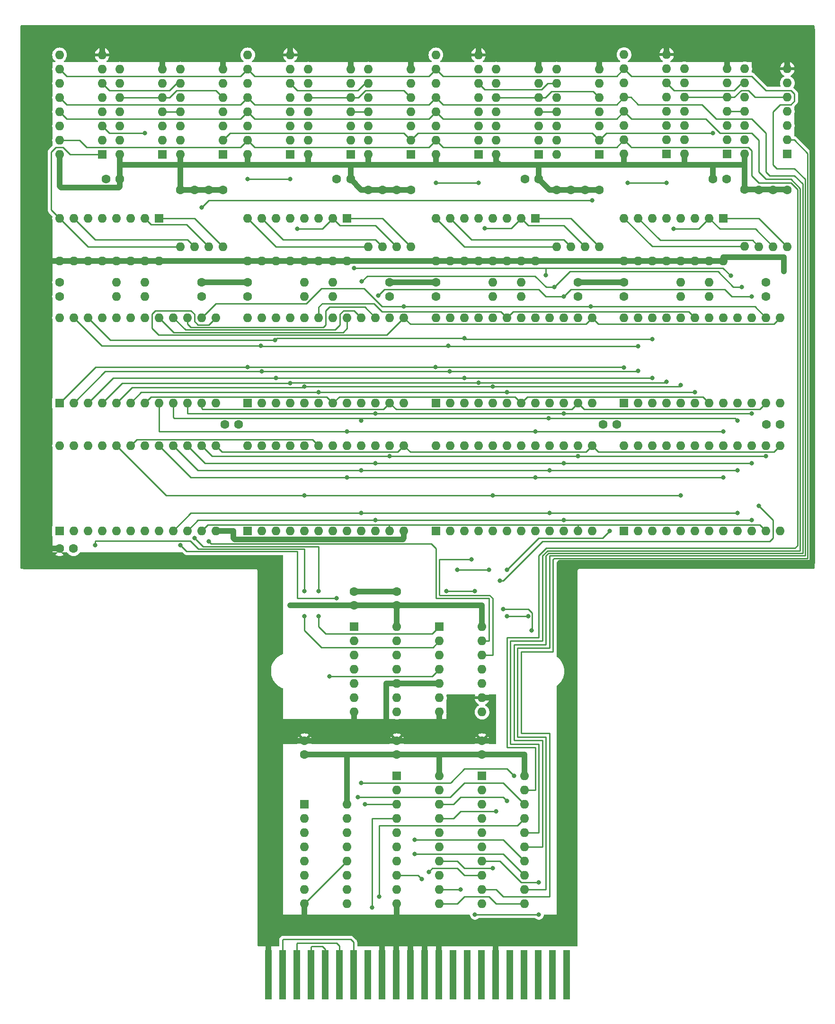
<source format=gtl>
G04 #@! TF.GenerationSoftware,KiCad,Pcbnew,(6.0.0)*
G04 #@! TF.CreationDate,2022-08-18T21:38:13-04:00*
G04 #@! TF.ProjectId,intellivision t-card replic,696e7465-6c6c-4697-9669-73696f6e2074,rev?*
G04 #@! TF.SameCoordinates,Original*
G04 #@! TF.FileFunction,Copper,L1,Top*
G04 #@! TF.FilePolarity,Positive*
%FSLAX46Y46*%
G04 Gerber Fmt 4.6, Leading zero omitted, Abs format (unit mm)*
G04 Created by KiCad (PCBNEW (6.0.0)) date 2022-08-18 21:38:13*
%MOMM*%
%LPD*%
G01*
G04 APERTURE LIST*
G04 #@! TA.AperFunction,ComponentPad*
%ADD10C,1.600000*%
G04 #@! TD*
G04 #@! TA.AperFunction,ComponentPad*
%ADD11O,1.600000X1.600000*%
G04 #@! TD*
G04 #@! TA.AperFunction,ComponentPad*
%ADD12R,1.600000X1.600000*%
G04 #@! TD*
G04 #@! TA.AperFunction,ConnectorPad*
%ADD13R,1.270000X8.840000*%
G04 #@! TD*
G04 #@! TA.AperFunction,ViaPad*
%ADD14C,0.800000*%
G04 #@! TD*
G04 #@! TA.AperFunction,Conductor*
%ADD15C,1.000000*%
G04 #@! TD*
G04 #@! TA.AperFunction,Conductor*
%ADD16C,0.250000*%
G04 #@! TD*
G04 APERTURE END LIST*
D10*
X154940000Y-66675000D03*
D11*
X165100000Y-66675000D03*
D10*
X184150000Y-47625000D03*
D11*
X184150000Y-57785000D03*
D10*
X181610000Y-47625000D03*
D11*
X181610000Y-57785000D03*
D12*
X53975000Y-85725000D03*
D11*
X56515000Y-85725000D03*
X59055000Y-85725000D03*
X61595000Y-85725000D03*
X64135000Y-85725000D03*
X66675000Y-85725000D03*
X69215000Y-85725000D03*
X71755000Y-85725000D03*
X74295000Y-85725000D03*
X76835000Y-85725000D03*
X79375000Y-85725000D03*
X81915000Y-85725000D03*
X81915000Y-70485000D03*
X79375000Y-70485000D03*
X76835000Y-70485000D03*
X74295000Y-70485000D03*
X71755000Y-70485000D03*
X69215000Y-70485000D03*
X66675000Y-70485000D03*
X64135000Y-70485000D03*
X61595000Y-70485000D03*
X59055000Y-70485000D03*
X56515000Y-70485000D03*
X53975000Y-70485000D03*
D10*
X113030000Y-66675000D03*
D11*
X102870000Y-66675000D03*
D12*
X116840000Y-41275000D03*
D11*
X116840000Y-38735000D03*
X116840000Y-36195000D03*
X116840000Y-33655000D03*
X116840000Y-31115000D03*
X116840000Y-28575000D03*
X116840000Y-26035000D03*
X109220000Y-26035000D03*
X109220000Y-28575000D03*
X109220000Y-31115000D03*
X109220000Y-33655000D03*
X109220000Y-36195000D03*
X109220000Y-38735000D03*
X109220000Y-41275000D03*
D12*
X121920000Y-125730000D03*
D11*
X121920000Y-128270000D03*
X121920000Y-130810000D03*
X121920000Y-133350000D03*
X121920000Y-135890000D03*
X121920000Y-138430000D03*
X121920000Y-140970000D03*
X129540000Y-140970000D03*
X129540000Y-138430000D03*
X129540000Y-135890000D03*
X129540000Y-133350000D03*
X129540000Y-130810000D03*
X129540000Y-128270000D03*
X129540000Y-125730000D03*
D12*
X139700000Y-41275000D03*
D11*
X139700000Y-38735000D03*
X139700000Y-36195000D03*
X139700000Y-33655000D03*
X139700000Y-31115000D03*
X139700000Y-28575000D03*
X139700000Y-26035000D03*
X132080000Y-26035000D03*
X132080000Y-28575000D03*
X132080000Y-31115000D03*
X132080000Y-33655000D03*
X132080000Y-36195000D03*
X132080000Y-38735000D03*
X132080000Y-41275000D03*
D10*
X80645000Y-47625000D03*
D11*
X80645000Y-57785000D03*
D10*
X83185000Y-47625000D03*
D11*
X83185000Y-57785000D03*
D10*
X170815000Y-45720000D03*
X173315000Y-45720000D03*
X53975000Y-66675000D03*
D11*
X64135000Y-66675000D03*
D10*
X87630000Y-66675000D03*
D11*
X97790000Y-66675000D03*
D12*
X154940000Y-108585000D03*
D11*
X157480000Y-108585000D03*
X160020000Y-108585000D03*
X162560000Y-108585000D03*
X165100000Y-108585000D03*
X167640000Y-108585000D03*
X170180000Y-108585000D03*
X172720000Y-108585000D03*
X175260000Y-108585000D03*
X177800000Y-108585000D03*
X180340000Y-108585000D03*
X182880000Y-108585000D03*
X182880000Y-93345000D03*
X180340000Y-93345000D03*
X177800000Y-93345000D03*
X175260000Y-93345000D03*
X172720000Y-93345000D03*
X170180000Y-93345000D03*
X167640000Y-93345000D03*
X165100000Y-93345000D03*
X162560000Y-93345000D03*
X160020000Y-93345000D03*
X157480000Y-93345000D03*
X154940000Y-93345000D03*
D12*
X71755000Y-52705000D03*
D11*
X69215000Y-52705000D03*
X66675000Y-52705000D03*
X64135000Y-52705000D03*
X61595000Y-52705000D03*
X59055000Y-52705000D03*
X56515000Y-52705000D03*
X53975000Y-52705000D03*
X53975000Y-60325000D03*
X56515000Y-60325000D03*
X59055000Y-60325000D03*
X61595000Y-60325000D03*
X64135000Y-60325000D03*
X66675000Y-60325000D03*
X69215000Y-60325000D03*
X71755000Y-60325000D03*
D10*
X114300000Y-47625000D03*
D11*
X114300000Y-57785000D03*
D10*
X129540000Y-148590000D03*
X129540000Y-146090000D03*
D12*
X162550000Y-41232500D03*
D11*
X162550000Y-38692500D03*
X162550000Y-36152500D03*
X162550000Y-33612500D03*
X162550000Y-31072500D03*
X162550000Y-28532500D03*
X162550000Y-25992500D03*
X162550000Y-23452500D03*
X154930000Y-23452500D03*
X154930000Y-25992500D03*
X154930000Y-28532500D03*
X154930000Y-31072500D03*
X154930000Y-33612500D03*
X154930000Y-36152500D03*
X154930000Y-38692500D03*
X154930000Y-41232500D03*
D12*
X106045000Y-41275000D03*
D11*
X106045000Y-38735000D03*
X106045000Y-36195000D03*
X106045000Y-33655000D03*
X106045000Y-31115000D03*
X106045000Y-28575000D03*
X106045000Y-26035000D03*
X98425000Y-26035000D03*
X98425000Y-28575000D03*
X98425000Y-31115000D03*
X98425000Y-33655000D03*
X98425000Y-36195000D03*
X98425000Y-38735000D03*
X98425000Y-41275000D03*
D12*
X53975000Y-108585000D03*
D11*
X56515000Y-108585000D03*
X59055000Y-108585000D03*
X61595000Y-108585000D03*
X64135000Y-108585000D03*
X66675000Y-108585000D03*
X69215000Y-108585000D03*
X71755000Y-108585000D03*
X74295000Y-108585000D03*
X76835000Y-108585000D03*
X79375000Y-108585000D03*
X81915000Y-108585000D03*
X81915000Y-93345000D03*
X79375000Y-93345000D03*
X76835000Y-93345000D03*
X74295000Y-93345000D03*
X71755000Y-93345000D03*
X69215000Y-93345000D03*
X66675000Y-93345000D03*
X64135000Y-93345000D03*
X61595000Y-93345000D03*
X59055000Y-93345000D03*
X56515000Y-93345000D03*
X53975000Y-93345000D03*
D10*
X87630000Y-64135000D03*
D11*
X97790000Y-64135000D03*
D12*
X72390000Y-41275000D03*
D11*
X72390000Y-38735000D03*
X72390000Y-36195000D03*
X72390000Y-33655000D03*
X72390000Y-31115000D03*
X72390000Y-28575000D03*
X72390000Y-26035000D03*
X64770000Y-26035000D03*
X64770000Y-28575000D03*
X64770000Y-31115000D03*
X64770000Y-33655000D03*
X64770000Y-36195000D03*
X64770000Y-38735000D03*
X64770000Y-41275000D03*
D10*
X79375000Y-66675000D03*
D11*
X69215000Y-66675000D03*
D10*
X86000000Y-89535000D03*
X83500000Y-89535000D03*
X153670000Y-89535000D03*
X151170000Y-89535000D03*
X116840000Y-47625000D03*
D11*
X116840000Y-57785000D03*
D10*
X180340000Y-64135000D03*
D11*
X170180000Y-64135000D03*
D10*
X180340000Y-66675000D03*
D11*
X170180000Y-66675000D03*
D10*
X142875000Y-47625000D03*
D11*
X142875000Y-57785000D03*
D10*
X121285000Y-66675000D03*
D11*
X131445000Y-66675000D03*
D10*
X109220000Y-47625000D03*
D11*
X109220000Y-57785000D03*
D12*
X87630000Y-85725000D03*
D11*
X90170000Y-85725000D03*
X92710000Y-85725000D03*
X95250000Y-85725000D03*
X97790000Y-85725000D03*
X100330000Y-85725000D03*
X102870000Y-85725000D03*
X105410000Y-85725000D03*
X107950000Y-85725000D03*
X110490000Y-85725000D03*
X113030000Y-85725000D03*
X115570000Y-85725000D03*
X115570000Y-70485000D03*
X113030000Y-70485000D03*
X110490000Y-70485000D03*
X107950000Y-70485000D03*
X105410000Y-70485000D03*
X102870000Y-70485000D03*
X100330000Y-70485000D03*
X97790000Y-70485000D03*
X95250000Y-70485000D03*
X92710000Y-70485000D03*
X90170000Y-70485000D03*
X87630000Y-70485000D03*
D12*
X154945000Y-85725000D03*
D11*
X157485000Y-85725000D03*
X160025000Y-85725000D03*
X162565000Y-85725000D03*
X165105000Y-85725000D03*
X167645000Y-85725000D03*
X170185000Y-85725000D03*
X172725000Y-85725000D03*
X175265000Y-85725000D03*
X177805000Y-85725000D03*
X180345000Y-85725000D03*
X182885000Y-85725000D03*
X182885000Y-70485000D03*
X180345000Y-70485000D03*
X177805000Y-70485000D03*
X175265000Y-70485000D03*
X172725000Y-70485000D03*
X170185000Y-70485000D03*
X167645000Y-70485000D03*
X165105000Y-70485000D03*
X162565000Y-70485000D03*
X160025000Y-70485000D03*
X157485000Y-70485000D03*
X154945000Y-70485000D03*
D10*
X145415000Y-47625000D03*
D11*
X145415000Y-57785000D03*
D10*
X97790000Y-148590000D03*
X97790000Y-146090000D03*
D12*
X97790000Y-157480000D03*
D11*
X97790000Y-160020000D03*
X97790000Y-162560000D03*
X97790000Y-165100000D03*
X97790000Y-167640000D03*
X97790000Y-170180000D03*
X97790000Y-172720000D03*
X97790000Y-175260000D03*
X105410000Y-175260000D03*
X105410000Y-172720000D03*
X105410000Y-170180000D03*
X105410000Y-167640000D03*
X105410000Y-165100000D03*
X105410000Y-162560000D03*
X105410000Y-160020000D03*
X105410000Y-157480000D03*
D12*
X172720000Y-52705000D03*
D11*
X170180000Y-52705000D03*
X167640000Y-52705000D03*
X165100000Y-52705000D03*
X162560000Y-52705000D03*
X160020000Y-52705000D03*
X157480000Y-52705000D03*
X154940000Y-52705000D03*
X154940000Y-60325000D03*
X157480000Y-60325000D03*
X160020000Y-60325000D03*
X162560000Y-60325000D03*
X165100000Y-60325000D03*
X167640000Y-60325000D03*
X170180000Y-60325000D03*
X172720000Y-60325000D03*
D10*
X106680000Y-121920000D03*
X106680000Y-119420000D03*
X139700000Y-45720000D03*
X137200000Y-45720000D03*
D12*
X114300000Y-152400000D03*
D11*
X114300000Y-154940000D03*
X114300000Y-157480000D03*
X114300000Y-160020000D03*
X114300000Y-162560000D03*
X114300000Y-165100000D03*
X114300000Y-167640000D03*
X114300000Y-170180000D03*
X114300000Y-172720000D03*
X114300000Y-175260000D03*
X121920000Y-175260000D03*
X121920000Y-172720000D03*
X121920000Y-170180000D03*
X121920000Y-167640000D03*
X121920000Y-165100000D03*
X121920000Y-162560000D03*
X121920000Y-160020000D03*
X121920000Y-157480000D03*
X121920000Y-154940000D03*
X121920000Y-152400000D03*
D12*
X128905000Y-41275000D03*
D11*
X128905000Y-38735000D03*
X128905000Y-36195000D03*
X128905000Y-33655000D03*
X128905000Y-31115000D03*
X128905000Y-28575000D03*
X128905000Y-26035000D03*
X128905000Y-23495000D03*
X121285000Y-23495000D03*
X121285000Y-26035000D03*
X121285000Y-28575000D03*
X121285000Y-31115000D03*
X121285000Y-33655000D03*
X121285000Y-36195000D03*
X121285000Y-38735000D03*
X121285000Y-41275000D03*
D10*
X176530000Y-47582500D03*
D11*
X176530000Y-57742500D03*
D12*
X129540000Y-152400000D03*
D11*
X129540000Y-154940000D03*
X129540000Y-157480000D03*
X129540000Y-160020000D03*
X129540000Y-162560000D03*
X129540000Y-165100000D03*
X129540000Y-167640000D03*
X129540000Y-170180000D03*
X129540000Y-172720000D03*
X129540000Y-175260000D03*
X137160000Y-175260000D03*
X137160000Y-172720000D03*
X137160000Y-170180000D03*
X137160000Y-167640000D03*
X137160000Y-165100000D03*
X137160000Y-162560000D03*
X137160000Y-160020000D03*
X137160000Y-157480000D03*
X137160000Y-154940000D03*
X137160000Y-152400000D03*
D10*
X146685000Y-64135000D03*
D11*
X136525000Y-64135000D03*
D12*
X184140000Y-41237500D03*
D11*
X184140000Y-38697500D03*
X184140000Y-36157500D03*
X184140000Y-33617500D03*
X184140000Y-31077500D03*
X184140000Y-28537500D03*
X184140000Y-25997500D03*
X176520000Y-25997500D03*
X176520000Y-28537500D03*
X176520000Y-31077500D03*
X176520000Y-33617500D03*
X176520000Y-36157500D03*
X176520000Y-38697500D03*
X176520000Y-41237500D03*
D12*
X121285000Y-85725000D03*
D11*
X123825000Y-85725000D03*
X126365000Y-85725000D03*
X128905000Y-85725000D03*
X131445000Y-85725000D03*
X133985000Y-85725000D03*
X136525000Y-85725000D03*
X139065000Y-85725000D03*
X141605000Y-85725000D03*
X144145000Y-85725000D03*
X146685000Y-85725000D03*
X149225000Y-85725000D03*
X149225000Y-70485000D03*
X146685000Y-70485000D03*
X144145000Y-70485000D03*
X141605000Y-70485000D03*
X139065000Y-70485000D03*
X136525000Y-70485000D03*
X133985000Y-70485000D03*
X131445000Y-70485000D03*
X128905000Y-70485000D03*
X126365000Y-70485000D03*
X123825000Y-70485000D03*
X121285000Y-70485000D03*
D10*
X114300000Y-148590000D03*
X114300000Y-146090000D03*
D12*
X139065000Y-52705000D03*
D11*
X136525000Y-52705000D03*
X133985000Y-52705000D03*
X131445000Y-52705000D03*
X128905000Y-52705000D03*
X126365000Y-52705000D03*
X123825000Y-52705000D03*
X121285000Y-52705000D03*
X121285000Y-60325000D03*
X123825000Y-60325000D03*
X126365000Y-60325000D03*
X128905000Y-60325000D03*
X131445000Y-60325000D03*
X133985000Y-60325000D03*
X136525000Y-60325000D03*
X139065000Y-60325000D03*
D10*
X113030000Y-64135000D03*
D11*
X102870000Y-64135000D03*
D10*
X146685000Y-66675000D03*
D11*
X136525000Y-66675000D03*
D10*
X56475000Y-111760000D03*
X53975000Y-111760000D03*
D13*
X144665700Y-187960000D03*
X142125700Y-187960000D03*
X139585700Y-187960000D03*
X137045700Y-187960000D03*
X134505700Y-187960000D03*
X131965700Y-187960000D03*
X129425700Y-187960000D03*
X126885700Y-187960000D03*
X124345700Y-187960000D03*
X121805700Y-187960000D03*
X119265700Y-187960000D03*
X116725700Y-187960000D03*
X114185700Y-187960000D03*
X111645700Y-187960000D03*
X109105700Y-187960000D03*
X106565700Y-187960000D03*
X104025700Y-187960000D03*
X101485700Y-187960000D03*
X98945700Y-187960000D03*
X96405700Y-187960000D03*
X93865700Y-187960000D03*
X91325700Y-187960000D03*
D12*
X121285000Y-108585000D03*
D11*
X123825000Y-108585000D03*
X126365000Y-108585000D03*
X128905000Y-108585000D03*
X131445000Y-108585000D03*
X133985000Y-108585000D03*
X136525000Y-108585000D03*
X139065000Y-108585000D03*
X141605000Y-108585000D03*
X144145000Y-108585000D03*
X146685000Y-108585000D03*
X149225000Y-108585000D03*
X149225000Y-93345000D03*
X146685000Y-93345000D03*
X144145000Y-93345000D03*
X141605000Y-93345000D03*
X139065000Y-93345000D03*
X136525000Y-93345000D03*
X133985000Y-93345000D03*
X131445000Y-93345000D03*
X128905000Y-93345000D03*
X126365000Y-93345000D03*
X123825000Y-93345000D03*
X121285000Y-93345000D03*
D10*
X180360000Y-89535000D03*
X182860000Y-89535000D03*
D12*
X87630000Y-108585000D03*
D11*
X90170000Y-108585000D03*
X92710000Y-108585000D03*
X95250000Y-108585000D03*
X97790000Y-108585000D03*
X100330000Y-108585000D03*
X102870000Y-108585000D03*
X105410000Y-108585000D03*
X107950000Y-108585000D03*
X110490000Y-108585000D03*
X113030000Y-108585000D03*
X115570000Y-108585000D03*
X115570000Y-93345000D03*
X113030000Y-93345000D03*
X110490000Y-93345000D03*
X107950000Y-93345000D03*
X105410000Y-93345000D03*
X102870000Y-93345000D03*
X100330000Y-93345000D03*
X97790000Y-93345000D03*
X95250000Y-93345000D03*
X92710000Y-93345000D03*
X90170000Y-93345000D03*
X87630000Y-93345000D03*
D12*
X150495000Y-41275000D03*
D11*
X150495000Y-38735000D03*
X150495000Y-36195000D03*
X150495000Y-33655000D03*
X150495000Y-31115000D03*
X150495000Y-28575000D03*
X150495000Y-26035000D03*
X142875000Y-26035000D03*
X142875000Y-28575000D03*
X142875000Y-31115000D03*
X142875000Y-33655000D03*
X142875000Y-36195000D03*
X142875000Y-38735000D03*
X142875000Y-41275000D03*
D10*
X114300000Y-121920000D03*
X114300000Y-119420000D03*
X154940000Y-64135000D03*
D11*
X165100000Y-64135000D03*
D10*
X150495000Y-47625000D03*
D11*
X150495000Y-57785000D03*
D10*
X64750000Y-45720000D03*
X62250000Y-45720000D03*
X75565000Y-47625000D03*
D11*
X75565000Y-57785000D03*
D10*
X79375000Y-64135000D03*
D11*
X69215000Y-64135000D03*
D10*
X111760000Y-47625000D03*
D11*
X111760000Y-57785000D03*
D10*
X53975000Y-64135000D03*
D11*
X64135000Y-64135000D03*
D10*
X106025000Y-45720000D03*
X103525000Y-45720000D03*
D12*
X83185000Y-41275000D03*
D11*
X83185000Y-38735000D03*
X83185000Y-36195000D03*
X83185000Y-33655000D03*
X83185000Y-31115000D03*
X83185000Y-28575000D03*
X83185000Y-26035000D03*
X75565000Y-26035000D03*
X75565000Y-28575000D03*
X75565000Y-31115000D03*
X75565000Y-33655000D03*
X75565000Y-36195000D03*
X75565000Y-38735000D03*
X75565000Y-41275000D03*
D12*
X61595000Y-41275000D03*
D11*
X61595000Y-38735000D03*
X61595000Y-36195000D03*
X61595000Y-33655000D03*
X61595000Y-31115000D03*
X61595000Y-28575000D03*
X61595000Y-26035000D03*
X61595000Y-23495000D03*
X53975000Y-23495000D03*
X53975000Y-26035000D03*
X53975000Y-28575000D03*
X53975000Y-31115000D03*
X53975000Y-33655000D03*
X53975000Y-36195000D03*
X53975000Y-38735000D03*
X53975000Y-41275000D03*
D12*
X106680000Y-125730000D03*
D11*
X106680000Y-128270000D03*
X106680000Y-130810000D03*
X106680000Y-133350000D03*
X106680000Y-135890000D03*
X106680000Y-138430000D03*
X106680000Y-140970000D03*
X114300000Y-140970000D03*
X114300000Y-138430000D03*
X114300000Y-135890000D03*
X114300000Y-133350000D03*
X114300000Y-130810000D03*
X114300000Y-128270000D03*
X114300000Y-125730000D03*
D12*
X95250000Y-41275000D03*
D11*
X95250000Y-38735000D03*
X95250000Y-36195000D03*
X95250000Y-33655000D03*
X95250000Y-31115000D03*
X95250000Y-28575000D03*
X95250000Y-26035000D03*
X95250000Y-23495000D03*
X87630000Y-23495000D03*
X87630000Y-26035000D03*
X87630000Y-28575000D03*
X87630000Y-31115000D03*
X87630000Y-33655000D03*
X87630000Y-36195000D03*
X87630000Y-38735000D03*
X87630000Y-41275000D03*
D10*
X78105000Y-47625000D03*
D11*
X78105000Y-57785000D03*
D10*
X121285000Y-64135000D03*
D11*
X131445000Y-64135000D03*
D10*
X179070000Y-47625000D03*
D11*
X179070000Y-57785000D03*
D10*
X147955000Y-47625000D03*
D11*
X147955000Y-57785000D03*
D12*
X105410000Y-52705000D03*
D11*
X102870000Y-52705000D03*
X100330000Y-52705000D03*
X97790000Y-52705000D03*
X95250000Y-52705000D03*
X92710000Y-52705000D03*
X90170000Y-52705000D03*
X87630000Y-52705000D03*
X87630000Y-60325000D03*
X90170000Y-60325000D03*
X92710000Y-60325000D03*
X95250000Y-60325000D03*
X97790000Y-60325000D03*
X100330000Y-60325000D03*
X102870000Y-60325000D03*
X105410000Y-60325000D03*
D12*
X173335000Y-41237500D03*
D11*
X173335000Y-38697500D03*
X173335000Y-36157500D03*
X173335000Y-33617500D03*
X173335000Y-31077500D03*
X173335000Y-28537500D03*
X173335000Y-25997500D03*
X165715000Y-25997500D03*
X165715000Y-28537500D03*
X165715000Y-31077500D03*
X165715000Y-33617500D03*
X165715000Y-36157500D03*
X165715000Y-38697500D03*
X165715000Y-41237500D03*
D14*
X95250000Y-121920000D03*
X129654300Y-180454300D03*
X182880000Y-114300000D03*
X149225000Y-114300000D03*
X82175000Y-60325000D03*
X183515000Y-62230000D03*
X144780000Y-180340000D03*
X133985000Y-156845000D03*
X106680000Y-61595000D03*
X174000000Y-63000000D03*
X140970000Y-62865000D03*
X107950000Y-105410000D03*
X141605000Y-105410000D03*
X175260000Y-105410000D03*
X137795000Y-123825000D03*
X133985000Y-123825000D03*
X132080000Y-158750000D03*
X142500000Y-65000000D03*
X108000000Y-64000000D03*
X176000000Y-65000000D03*
X133350000Y-122555000D03*
X138430000Y-126365000D03*
X110490000Y-106680000D03*
X144145000Y-106680000D03*
X177800000Y-106680000D03*
X144145000Y-66675000D03*
X131445000Y-168910000D03*
X111000000Y-66500000D03*
X177805000Y-66695000D03*
X139700000Y-171450000D03*
X149000000Y-68500000D03*
X115500000Y-68500000D03*
X120015000Y-169545000D03*
X128270000Y-177165000D03*
X139700000Y-177165000D03*
X118745000Y-170815000D03*
X146685000Y-95250000D03*
X180340000Y-95250000D03*
X113030000Y-95250000D03*
X117475000Y-166370000D03*
X117475000Y-163830000D03*
X177800000Y-96520000D03*
X144145000Y-96520000D03*
X110490000Y-96520000D03*
X107950000Y-97790000D03*
X111125000Y-173990000D03*
X141605000Y-97790000D03*
X175260000Y-97790000D03*
X110490000Y-87630000D03*
X144150000Y-87625000D03*
X177805000Y-87625000D03*
X109855000Y-175895000D03*
X108585000Y-157480000D03*
X175265000Y-88895000D03*
X107950000Y-88900000D03*
X141459511Y-88410489D03*
X139065000Y-99060000D03*
X105410000Y-99060000D03*
X107315000Y-156210000D03*
X172720000Y-99060000D03*
X163830000Y-54610000D03*
X162560000Y-46355000D03*
X155575000Y-46355000D03*
X130029511Y-54470489D03*
X128905000Y-46355000D03*
X121285000Y-46355000D03*
X96520000Y-54610000D03*
X87630000Y-45720000D03*
X95250000Y-45720000D03*
X69215000Y-37465000D03*
X107950000Y-153670000D03*
X135255000Y-152400000D03*
X123190000Y-119380000D03*
X90000000Y-75500000D03*
X157480000Y-75565000D03*
X128270000Y-119380000D03*
X123500000Y-75500000D03*
X125095000Y-115570000D03*
X126365000Y-74135000D03*
X160020000Y-74295000D03*
X92500000Y-74500000D03*
X130810000Y-115570000D03*
X170815000Y-37465000D03*
X105410000Y-90805000D03*
X139065000Y-90805000D03*
X172720000Y-90805000D03*
X125730000Y-172720000D03*
X162560000Y-81915000D03*
X128939511Y-82060489D03*
X95250000Y-82200000D03*
X160020000Y-81280000D03*
X92710000Y-81240000D03*
X126385000Y-81240000D03*
X167640000Y-83820000D03*
X100255000Y-83820000D03*
X133980000Y-83820000D03*
X90175489Y-80099511D03*
X123750489Y-80099511D03*
X157480000Y-80010000D03*
X165100000Y-82550000D03*
X131465000Y-82785000D03*
X97790000Y-82785000D03*
X87630000Y-79270000D03*
X121230000Y-79270000D03*
X154940000Y-79375000D03*
X75565000Y-111125000D03*
X103505000Y-120650000D03*
X100330000Y-123825000D03*
X78105000Y-109855000D03*
X100330000Y-119380000D03*
X97790000Y-119380000D03*
X60325000Y-111125000D03*
X97790000Y-123825000D03*
X133985000Y-115570000D03*
X152400000Y-108585000D03*
X102235000Y-134620000D03*
X132715000Y-117475000D03*
X179070000Y-104140000D03*
X127635000Y-113665000D03*
X149225000Y-49530000D03*
X79375000Y-50800000D03*
X80645000Y-110490000D03*
X131445000Y-102235000D03*
X97790000Y-102235000D03*
X165100000Y-102235000D03*
D15*
X111760000Y-47625000D02*
X109220000Y-47625000D01*
X142875000Y-47625000D02*
X150495000Y-47625000D01*
X75565000Y-43180000D02*
X64770000Y-43180000D01*
X176520000Y-41237500D02*
X176520000Y-43170000D01*
X54204511Y-47219511D02*
X64540489Y-47219511D01*
X105680000Y-43180000D02*
X98425000Y-43180000D01*
X87630000Y-41275000D02*
X87630000Y-43180000D01*
X64750000Y-43200000D02*
X64750000Y-41295000D01*
X165715000Y-43140000D02*
X165745000Y-43170000D01*
X154315000Y-43170000D02*
X154305000Y-43180000D01*
X107930000Y-47625000D02*
X106025000Y-45720000D01*
X142875000Y-47625000D02*
X141605000Y-47625000D01*
X111760000Y-47625000D02*
X116840000Y-47625000D01*
X106025000Y-43525000D02*
X105680000Y-43180000D01*
X121285000Y-41275000D02*
X121285000Y-43180000D01*
X105410000Y-157480000D02*
X105410000Y-148590000D01*
X154930000Y-41232500D02*
X154930000Y-43150000D01*
X132080000Y-42545000D02*
X132715000Y-43180000D01*
X132080000Y-41275000D02*
X132080000Y-42545000D01*
X154930000Y-43150000D02*
X154950000Y-43170000D01*
X139700000Y-45720000D02*
X139700000Y-43200000D01*
X53975000Y-41275000D02*
X53975000Y-46990000D01*
X64750000Y-41295000D02*
X64770000Y-41275000D01*
X176520000Y-47572500D02*
X176530000Y-47582500D01*
X114300000Y-148590000D02*
X121920000Y-148590000D01*
X170815000Y-45720000D02*
X170815000Y-43180000D01*
X109220000Y-47625000D02*
X107930000Y-47625000D01*
X64770000Y-43180000D02*
X64750000Y-43200000D01*
X121285000Y-64135000D02*
X113030000Y-64135000D01*
X170805000Y-43170000D02*
X165745000Y-43170000D01*
X154940000Y-64135000D02*
X146685000Y-64135000D01*
X87630000Y-43180000D02*
X75565000Y-43180000D01*
X106025000Y-45720000D02*
X106025000Y-43525000D01*
X129540000Y-121920000D02*
X129540000Y-125730000D01*
X64750000Y-47010000D02*
X64750000Y-45720000D01*
X109220000Y-41275000D02*
X109220000Y-43180000D01*
X132715000Y-43180000D02*
X121285000Y-43180000D01*
X75565000Y-43180000D02*
X75565000Y-41275000D01*
X114300000Y-121920000D02*
X129540000Y-121920000D01*
X97790000Y-148590000D02*
X105410000Y-148590000D01*
X170815000Y-43180000D02*
X170805000Y-43170000D01*
X121920000Y-148590000D02*
X129540000Y-148590000D01*
X176530000Y-47582500D02*
X184150000Y-47582500D01*
X176520000Y-43170000D02*
X176520000Y-47572500D01*
X121285000Y-43180000D02*
X109220000Y-43180000D01*
X165715000Y-41237500D02*
X165715000Y-43140000D01*
X64540489Y-47219511D02*
X64750000Y-47010000D01*
X98425000Y-43180000D02*
X87630000Y-43180000D01*
X114300000Y-121920000D02*
X114300000Y-125730000D01*
X64750000Y-45720000D02*
X64750000Y-43200000D01*
X75565000Y-47625000D02*
X83185000Y-47625000D01*
X165745000Y-43170000D02*
X154950000Y-43170000D01*
X137160000Y-148590000D02*
X137160000Y-152400000D01*
X154305000Y-43180000D02*
X139680000Y-43180000D01*
X154950000Y-43170000D02*
X154315000Y-43170000D01*
X87630000Y-64135000D02*
X79375000Y-64135000D01*
X121920000Y-152400000D02*
X121920000Y-148590000D01*
X139680000Y-43180000D02*
X132715000Y-43180000D01*
X98425000Y-41275000D02*
X98425000Y-43180000D01*
X139700000Y-43200000D02*
X139680000Y-43180000D01*
X75565000Y-47625000D02*
X75565000Y-43180000D01*
X129540000Y-148590000D02*
X137160000Y-148590000D01*
X106680000Y-121920000D02*
X114300000Y-121920000D01*
X176520000Y-43170000D02*
X170805000Y-43170000D01*
X105410000Y-148590000D02*
X114300000Y-148590000D01*
X106680000Y-121920000D02*
X95250000Y-121920000D01*
X141605000Y-47625000D02*
X139700000Y-45720000D01*
X53975000Y-46990000D02*
X54204511Y-47219511D01*
X109220000Y-43180000D02*
X105680000Y-43180000D01*
X106045000Y-26035000D02*
X106045000Y-19050000D01*
X97790000Y-175260000D02*
X97790000Y-180340000D01*
X112395000Y-145495000D02*
X112990000Y-146090000D01*
X61595000Y-19050000D02*
X47625000Y-19050000D01*
X91440000Y-114935000D02*
X91440000Y-121920000D01*
X91400000Y-146090000D02*
X91325700Y-146164300D01*
X116725700Y-180682900D02*
X116954300Y-180454300D01*
X173335000Y-19070000D02*
X173355000Y-19050000D01*
X162550000Y-23452500D02*
X162550000Y-19060000D01*
X91325700Y-180454300D02*
X91325700Y-146164300D01*
X132600700Y-180454300D02*
X144665700Y-180454300D01*
X114414300Y-180454300D02*
X116954300Y-180454300D01*
X188595000Y-19050000D02*
X184785000Y-19050000D01*
X47625000Y-114935000D02*
X91440000Y-114935000D01*
X114300000Y-175260000D02*
X114300000Y-180568600D01*
X144665700Y-180454300D02*
X144780000Y-180340000D01*
X47625000Y-19050000D02*
X47625000Y-60325000D01*
X47625000Y-112395000D02*
X47625000Y-114935000D01*
X85319511Y-110084511D02*
X85090000Y-109855000D01*
X139700000Y-19050000D02*
X128550000Y-19050000D01*
X139700000Y-26035000D02*
X139700000Y-19050000D01*
X97790000Y-146090000D02*
X91400000Y-146090000D01*
X114185700Y-187960000D02*
X114185700Y-180682900D01*
X91325700Y-187960000D02*
X91325700Y-180454300D01*
X53975000Y-111760000D02*
X48260000Y-111760000D01*
X48260000Y-111760000D02*
X47625000Y-112395000D01*
X106045000Y-19050000D02*
X95250000Y-19050000D01*
X129540000Y-146090000D02*
X121960000Y-146090000D01*
X129654300Y-180454300D02*
X132600700Y-180454300D01*
X128905000Y-19405000D02*
X128550000Y-19050000D01*
X106680000Y-140970000D02*
X106680000Y-146050000D01*
X116725700Y-187960000D02*
X116725700Y-180682900D01*
X83185000Y-19050000D02*
X72390000Y-19050000D01*
X129540000Y-138430000D02*
X131445000Y-138430000D01*
X172720000Y-60325000D02*
X154940000Y-60325000D01*
X131445000Y-146050000D02*
X131405000Y-146090000D01*
X106680000Y-119420000D02*
X114300000Y-119420000D01*
X162560000Y-19050000D02*
X150495000Y-19050000D01*
X91325700Y-146164300D02*
X91325700Y-122034300D01*
X72390000Y-26035000D02*
X72390000Y-19050000D01*
X121920000Y-140970000D02*
X121920000Y-146050000D01*
X95250000Y-23495000D02*
X95250000Y-19050000D01*
X121805700Y-187960000D02*
X121805700Y-180454300D01*
X72390000Y-19050000D02*
X61595000Y-19050000D01*
X119265700Y-187960000D02*
X119265700Y-180454300D01*
X115340489Y-110084511D02*
X85319511Y-110084511D01*
X111645700Y-187960000D02*
X111645700Y-180454300D01*
X97675700Y-180454300D02*
X111645700Y-180454300D01*
X149225000Y-114300000D02*
X143510000Y-114300000D01*
X121805700Y-180454300D02*
X129654300Y-180454300D01*
X114300000Y-135890000D02*
X112395000Y-135890000D01*
X106680000Y-146050000D02*
X106720000Y-146090000D01*
X121960000Y-146090000D02*
X114300000Y-146090000D01*
X91325700Y-180454300D02*
X97675700Y-180454300D01*
X128550000Y-19050000D02*
X116840000Y-19050000D01*
X173355000Y-19050000D02*
X162560000Y-19050000D01*
X173335000Y-25997500D02*
X173335000Y-19070000D01*
X114300000Y-180568600D02*
X114185700Y-180682900D01*
X184140000Y-19695000D02*
X184785000Y-19050000D01*
X183515000Y-59690000D02*
X183513469Y-59691531D01*
X106720000Y-146090000D02*
X97790000Y-146090000D01*
X85090000Y-109855000D02*
X85090000Y-108585000D01*
X154940000Y-60325000D02*
X139065000Y-60325000D01*
X115570000Y-109855000D02*
X115340489Y-110084511D01*
X184140000Y-25997500D02*
X184140000Y-19695000D01*
X121285000Y-60325000D02*
X105410000Y-60325000D01*
X183513469Y-59691531D02*
X172720000Y-59691531D01*
X116954300Y-180454300D02*
X119265700Y-180454300D01*
X85090000Y-108585000D02*
X81915000Y-108585000D01*
X97790000Y-180340000D02*
X97675700Y-180454300D01*
X83185000Y-26035000D02*
X83185000Y-19050000D01*
X112395000Y-135890000D02*
X112395000Y-145495000D01*
X114185700Y-180682900D02*
X114414300Y-180454300D01*
X53975000Y-60325000D02*
X47625000Y-60325000D01*
X131965700Y-181089300D02*
X132600700Y-180454300D01*
X121920000Y-146050000D02*
X121960000Y-146090000D01*
X128905000Y-23495000D02*
X128905000Y-19405000D01*
X150495000Y-26035000D02*
X150495000Y-19050000D01*
X114300000Y-135890000D02*
X121920000Y-135890000D01*
X131965700Y-187960000D02*
X131965700Y-181089300D01*
X91325700Y-122034300D02*
X91440000Y-121920000D01*
X116840000Y-19050000D02*
X106045000Y-19050000D01*
X188595000Y-114300000D02*
X188595000Y-19050000D01*
X139065000Y-60325000D02*
X121285000Y-60325000D01*
X131405000Y-146090000D02*
X129540000Y-146090000D01*
X119265700Y-180454300D02*
X121805700Y-180454300D01*
X183515000Y-62230000D02*
X183515000Y-59690000D01*
X114300000Y-146090000D02*
X112990000Y-146090000D01*
X47625000Y-60325000D02*
X47625000Y-112395000D01*
X172720000Y-59691531D02*
X172720000Y-60325000D01*
X150495000Y-19050000D02*
X139700000Y-19050000D01*
X82175000Y-60325000D02*
X53975000Y-60325000D01*
X131445000Y-138430000D02*
X131445000Y-146050000D01*
X182880000Y-114300000D02*
X188595000Y-114300000D01*
X184785000Y-19050000D02*
X173355000Y-19050000D01*
X95250000Y-19050000D02*
X83185000Y-19050000D01*
X112990000Y-146090000D02*
X106720000Y-146090000D01*
D16*
X105410000Y-167640000D02*
X97790000Y-175260000D01*
D15*
X111645700Y-180454300D02*
X114414300Y-180454300D01*
X105410000Y-60325000D02*
X82175000Y-60325000D01*
X162550000Y-19060000D02*
X162560000Y-19050000D01*
X61595000Y-23495000D02*
X61595000Y-19050000D01*
X116840000Y-26035000D02*
X116840000Y-19050000D01*
X115570000Y-108585000D02*
X115570000Y-109855000D01*
X149225000Y-114300000D02*
X182880000Y-114300000D01*
D16*
X174000000Y-63000000D02*
X172657500Y-61657500D01*
X105410000Y-72390000D02*
X105410000Y-70485000D01*
X74373560Y-73103560D02*
X104696440Y-73103560D01*
X124460000Y-157480000D02*
X125730000Y-156210000D01*
X140970000Y-61595000D02*
X140970000Y-62865000D01*
X172595000Y-61595000D02*
X172657500Y-61657500D01*
X106680000Y-61595000D02*
X140970000Y-61595000D01*
X125730000Y-156210000D02*
X133350000Y-156210000D01*
X104696440Y-73103560D02*
X105410000Y-72390000D01*
X133350000Y-156210000D02*
X133985000Y-156845000D01*
X121920000Y-157480000D02*
X124460000Y-157480000D01*
X71755000Y-70485000D02*
X74373560Y-73103560D01*
X140970000Y-61595000D02*
X172595000Y-61595000D01*
X137795000Y-123825000D02*
X133985000Y-123825000D01*
X107950000Y-105410000D02*
X77470000Y-105410000D01*
X141605000Y-105410000D02*
X107950000Y-105410000D01*
X77470000Y-105410000D02*
X74295000Y-108585000D01*
X175260000Y-105410000D02*
X141605000Y-105410000D01*
X142500000Y-65000000D02*
X145270000Y-62230000D01*
X141000000Y-65000000D02*
X142500000Y-65000000D01*
X121920000Y-160020000D02*
X124460000Y-160020000D01*
X104140000Y-69850000D02*
X104775000Y-69215000D01*
X103240960Y-72654040D02*
X104140000Y-71755000D01*
X108000000Y-64000000D02*
X108989511Y-63010489D01*
X104140000Y-71755000D02*
X104140000Y-69850000D01*
X76464040Y-72654040D02*
X103240960Y-72654040D01*
X125730000Y-158750000D02*
X132080000Y-158750000D01*
X124460000Y-160020000D02*
X125730000Y-158750000D01*
X171730000Y-62230000D02*
X174500000Y-65000000D01*
X174500000Y-65000000D02*
X176000000Y-65000000D01*
X139010489Y-63010489D02*
X141000000Y-65000000D01*
X104775000Y-69215000D02*
X106680000Y-69215000D01*
X74295000Y-70485000D02*
X76464040Y-72654040D01*
X145270000Y-62230000D02*
X171730000Y-62230000D01*
X106680000Y-69215000D02*
X107950000Y-70485000D01*
X108989511Y-63010489D02*
X139010489Y-63010489D01*
X137795000Y-122555000D02*
X133350000Y-122555000D01*
X110490000Y-106680000D02*
X78740000Y-106680000D01*
X78740000Y-106680000D02*
X76835000Y-108585000D01*
X138519511Y-123279511D02*
X137795000Y-122555000D01*
X177800000Y-106680000D02*
X144145000Y-106680000D01*
X138519511Y-126275489D02*
X138519511Y-123279511D01*
X144145000Y-106680000D02*
X110490000Y-106680000D01*
X138430000Y-126365000D02*
X138519511Y-126275489D01*
X146050000Y-65405000D02*
X172905000Y-65405000D01*
X111000000Y-66500000D02*
X112095000Y-65405000D01*
X76835000Y-70485000D02*
X76835000Y-71569520D01*
X76835000Y-71569520D02*
X77470000Y-72204520D01*
X126365000Y-168910000D02*
X125095000Y-167640000D01*
X102235000Y-68580000D02*
X108585000Y-68580000D01*
X144145000Y-66675000D02*
X145415000Y-65405000D01*
X101150480Y-72204520D02*
X101600000Y-71755000D01*
X145415000Y-65405000D02*
X146050000Y-65405000D01*
X131445000Y-168910000D02*
X126365000Y-168910000D01*
X174195000Y-66695000D02*
X177805000Y-66695000D01*
X77470000Y-72204520D02*
X101150480Y-72204520D01*
X139700000Y-65405000D02*
X140970000Y-66675000D01*
X112095000Y-65405000D02*
X139700000Y-65405000D01*
X140970000Y-66675000D02*
X144145000Y-66675000D01*
X108585000Y-68580000D02*
X110490000Y-70485000D01*
X101600000Y-71755000D02*
X101600000Y-69215000D01*
X172905000Y-65405000D02*
X174195000Y-66695000D01*
X101600000Y-69215000D02*
X102235000Y-68580000D01*
X125095000Y-167640000D02*
X121920000Y-167640000D01*
X180340000Y-108585000D02*
X179215489Y-107460489D01*
X129540000Y-167640000D02*
X132738722Y-167640000D01*
X136548722Y-171450000D02*
X139700000Y-171450000D01*
X112884511Y-108439511D02*
X112884511Y-107460489D01*
X179215489Y-107460489D02*
X146539511Y-107460489D01*
X146539511Y-107460489D02*
X112884511Y-107460489D01*
X132738722Y-167640000D02*
X136548722Y-171450000D01*
X146685000Y-107605978D02*
X146539511Y-107460489D01*
X113030000Y-108585000D02*
X112884511Y-108439511D01*
X112884511Y-107460489D02*
X80499511Y-107460489D01*
X146685000Y-108585000D02*
X146685000Y-107605978D01*
X80499511Y-107460489D02*
X79375000Y-108585000D01*
X108439511Y-65259511D02*
X111680000Y-68500000D01*
X98110300Y-67945000D02*
X100795789Y-65259511D01*
X79375000Y-70485000D02*
X81915000Y-67945000D01*
X149000000Y-68500000D02*
X178360000Y-68500000D01*
X178360000Y-68500000D02*
X180345000Y-70485000D01*
X100795789Y-65259511D02*
X108439511Y-65259511D01*
X111680000Y-68500000D02*
X115500000Y-68500000D01*
X81915000Y-67945000D02*
X98110300Y-67945000D01*
X115500000Y-68500000D02*
X149000000Y-68500000D01*
X116694511Y-94469511D02*
X148100489Y-94469511D01*
X83039511Y-94469511D02*
X114445489Y-94469511D01*
X115570000Y-93345000D02*
X116694511Y-94469511D01*
X126365000Y-170180000D02*
X129540000Y-170180000D01*
X149225000Y-93345000D02*
X150349511Y-94469511D01*
X128270000Y-177165000D02*
X139700000Y-177165000D01*
X114445489Y-94469511D02*
X115570000Y-93345000D01*
X120015000Y-169545000D02*
X120650000Y-168910000D01*
X148100489Y-94469511D02*
X149225000Y-93345000D01*
X150349511Y-94469511D02*
X181755489Y-94469511D01*
X125095000Y-168910000D02*
X126365000Y-170180000D01*
X181755489Y-94469511D02*
X182880000Y-93345000D01*
X81915000Y-93345000D02*
X83039511Y-94469511D01*
X120650000Y-168910000D02*
X125095000Y-168910000D01*
X78105000Y-69850000D02*
X77470000Y-69215000D01*
X118110000Y-170180000D02*
X114300000Y-170180000D01*
X77470000Y-69215000D02*
X71120000Y-69215000D01*
X81915000Y-70485000D02*
X80645000Y-71755000D01*
X78740000Y-71755000D02*
X78105000Y-71120000D01*
X118110000Y-170180000D02*
X118745000Y-170815000D01*
X71648080Y-73553080D02*
X112501920Y-73553080D01*
X150349511Y-71609511D02*
X149225000Y-70485000D01*
X149225000Y-70485000D02*
X148100489Y-71609511D01*
X182885000Y-70485000D02*
X181760489Y-71609511D01*
X148100489Y-71609511D02*
X116694511Y-71609511D01*
X112501920Y-73553080D02*
X115570000Y-70485000D01*
X70485000Y-69850000D02*
X70485000Y-72390000D01*
X116694511Y-71609511D02*
X115570000Y-70485000D01*
X80645000Y-71755000D02*
X78740000Y-71755000D01*
X181760489Y-71609511D02*
X150349511Y-71609511D01*
X78105000Y-71120000D02*
X78105000Y-69850000D01*
X71120000Y-69215000D02*
X70485000Y-69850000D01*
X70485000Y-72390000D02*
X71648080Y-73553080D01*
X146685000Y-95250000D02*
X113030000Y-95250000D01*
X113030000Y-95250000D02*
X81280000Y-95250000D01*
X117475000Y-166370000D02*
X133350000Y-166370000D01*
X180340000Y-95250000D02*
X146685000Y-95250000D01*
X133350000Y-166370000D02*
X137160000Y-170180000D01*
X81280000Y-95250000D02*
X79375000Y-93345000D01*
X133350000Y-163830000D02*
X117475000Y-163830000D01*
X110490000Y-96520000D02*
X80010000Y-96520000D01*
X137160000Y-167640000D02*
X133350000Y-163830000D01*
X80010000Y-96520000D02*
X76835000Y-93345000D01*
X177800000Y-96520000D02*
X144145000Y-96520000D01*
X144145000Y-96520000D02*
X110490000Y-96520000D01*
X179220489Y-86849511D02*
X147809511Y-86849511D01*
X145560489Y-86849511D02*
X114154511Y-86849511D01*
X114154511Y-86849511D02*
X113030000Y-85725000D01*
X79520489Y-86849511D02*
X79375000Y-86704022D01*
X180345000Y-85725000D02*
X179220489Y-86849511D01*
X113030000Y-85725000D02*
X111905489Y-86849511D01*
X146685000Y-85725000D02*
X145560489Y-86849511D01*
X79375000Y-86704022D02*
X79375000Y-85725000D01*
X111905489Y-86849511D02*
X79520489Y-86849511D01*
X147809511Y-86849511D02*
X146685000Y-85725000D01*
X78740000Y-97790000D02*
X74295000Y-93345000D01*
X111125000Y-173990000D02*
X111125000Y-161290000D01*
X141605000Y-97790000D02*
X107950000Y-97790000D01*
X135890000Y-161290000D02*
X137160000Y-160020000D01*
X111125000Y-161290000D02*
X135890000Y-161290000D01*
X175260000Y-97790000D02*
X141605000Y-97790000D01*
X107950000Y-97790000D02*
X78740000Y-97790000D01*
X109855000Y-160020000D02*
X114300000Y-160020000D01*
X109855000Y-175895000D02*
X109855000Y-160020000D01*
X78730000Y-87630000D02*
X76835000Y-87630000D01*
X177805000Y-87625000D02*
X144150000Y-87625000D01*
X78735000Y-87625000D02*
X78730000Y-87630000D01*
X76835000Y-87630000D02*
X76835000Y-85725000D01*
X144150000Y-87625000D02*
X78735000Y-87625000D01*
X93865700Y-181724300D02*
X93980000Y-181610000D01*
X106045000Y-181610000D02*
X106565700Y-182130700D01*
X93980000Y-181610000D02*
X106045000Y-181610000D01*
X93865700Y-187960000D02*
X93865700Y-181724300D01*
X106565700Y-182130700D02*
X106565700Y-187960000D01*
X74295000Y-88265000D02*
X74295000Y-85725000D01*
X141459511Y-88410489D02*
X107804511Y-88410489D01*
X109855000Y-157480000D02*
X114300000Y-157480000D01*
X74440489Y-88410489D02*
X74295000Y-88265000D01*
X175265000Y-88895000D02*
X174780489Y-88410489D01*
X107950000Y-88900000D02*
X107950000Y-88555978D01*
X109855000Y-157480000D02*
X108585000Y-157480000D01*
X107804511Y-88410489D02*
X74440489Y-88410489D01*
X107950000Y-88555978D02*
X107804511Y-88410489D01*
X174780489Y-88410489D02*
X141459511Y-88410489D01*
X103505000Y-182245000D02*
X104025700Y-182765700D01*
X96405700Y-182359300D02*
X96520000Y-182245000D01*
X96405700Y-187960000D02*
X96405700Y-182359300D01*
X96520000Y-182245000D02*
X103505000Y-182245000D01*
X104025700Y-182765700D02*
X104025700Y-187960000D01*
X172720000Y-99060000D02*
X139065000Y-99060000D01*
X133350000Y-153670000D02*
X137160000Y-157480000D01*
X107315000Y-156210000D02*
X109855000Y-156210000D01*
X109855000Y-156210000D02*
X123825000Y-156210000D01*
X77470000Y-99060000D02*
X71755000Y-93345000D01*
X123825000Y-156210000D02*
X126365000Y-153670000D01*
X126365000Y-153670000D02*
X133350000Y-153670000D01*
X105410000Y-99060000D02*
X77470000Y-99060000D01*
X139065000Y-99060000D02*
X105410000Y-99060000D01*
X98945700Y-182994300D02*
X99060000Y-182880000D01*
X99060000Y-182880000D02*
X100965000Y-182880000D01*
X101485700Y-183400700D02*
X101485700Y-187960000D01*
X101485700Y-183400700D02*
X100965000Y-182880000D01*
X98945700Y-187960000D02*
X98945700Y-182994300D01*
X172720000Y-52705000D02*
X179070000Y-52705000D01*
X179070000Y-52705000D02*
X184150000Y-57785000D01*
X163830000Y-54610000D02*
X168275000Y-54610000D01*
X181610000Y-57785000D02*
X178435000Y-54610000D01*
X172085000Y-54610000D02*
X178435000Y-54610000D01*
X168275000Y-54610000D02*
X170180000Y-52705000D01*
X170180000Y-52705000D02*
X172085000Y-54610000D01*
X174662500Y-31077500D02*
X173335000Y-31077500D01*
X178397500Y-31077500D02*
X177165000Y-29845000D01*
X165715000Y-31077500D02*
X173335000Y-31077500D01*
X177165000Y-29845000D02*
X175895000Y-29845000D01*
X175895000Y-29845000D02*
X174662500Y-31077500D01*
X184140000Y-31077500D02*
X178397500Y-31077500D01*
X161392989Y-56617989D02*
X157480000Y-52705000D01*
X179070000Y-57785000D02*
X177902989Y-56617989D01*
X177902989Y-56617989D02*
X161392989Y-56617989D01*
X176530000Y-57742500D02*
X159977500Y-57742500D01*
X155575000Y-46355000D02*
X162560000Y-46355000D01*
X159977500Y-57742500D02*
X154940000Y-52705000D01*
X150495000Y-57785000D02*
X145415000Y-52705000D01*
X145415000Y-52705000D02*
X139065000Y-52705000D01*
X130029511Y-54470489D02*
X134759511Y-54470489D01*
X136525000Y-52705000D02*
X137795000Y-53975000D01*
X137795000Y-53975000D02*
X144145000Y-53975000D01*
X144145000Y-53975000D02*
X147955000Y-57785000D01*
X134759511Y-54470489D02*
X136525000Y-52705000D01*
X139700000Y-31115000D02*
X140865978Y-31115000D01*
X139700000Y-31115000D02*
X132080000Y-31115000D01*
X140865978Y-31115000D02*
X141990489Y-29990489D01*
X149370489Y-29990489D02*
X141990489Y-29990489D01*
X150495000Y-31115000D02*
X149370489Y-29990489D01*
X144145000Y-56515000D02*
X127635000Y-56515000D01*
X127635000Y-56515000D02*
X123825000Y-52705000D01*
X145415000Y-57785000D02*
X144145000Y-56515000D01*
X142875000Y-57785000D02*
X126365000Y-57785000D01*
X128905000Y-46355000D02*
X121285000Y-46355000D01*
X126365000Y-57785000D02*
X121285000Y-52705000D01*
X111760000Y-52705000D02*
X105410000Y-52705000D01*
X116840000Y-57785000D02*
X111760000Y-52705000D01*
X96520000Y-54610000D02*
X100965000Y-54610000D01*
X100965000Y-54610000D02*
X102870000Y-52705000D01*
X110490000Y-53975000D02*
X114300000Y-57785000D01*
X102870000Y-52705000D02*
X104140000Y-53975000D01*
X104140000Y-53975000D02*
X110490000Y-53975000D01*
X106045000Y-31115000D02*
X98425000Y-31115000D01*
X106045000Y-31115000D02*
X107385000Y-31115000D01*
X115570000Y-29845000D02*
X116840000Y-31115000D01*
X107385000Y-31115000D02*
X108655000Y-29845000D01*
X108655000Y-29845000D02*
X115570000Y-29845000D01*
X93980000Y-56515000D02*
X90170000Y-52705000D01*
X110490000Y-56515000D02*
X93980000Y-56515000D01*
X111760000Y-57785000D02*
X110490000Y-56515000D01*
X95250000Y-45720000D02*
X87630000Y-45720000D01*
X109220000Y-57785000D02*
X92710000Y-57785000D01*
X92710000Y-57785000D02*
X87630000Y-52705000D01*
X83185000Y-57785000D02*
X78105000Y-52705000D01*
X78105000Y-52705000D02*
X71755000Y-52705000D01*
X80645000Y-57785000D02*
X76689511Y-53829511D01*
X62865000Y-37465000D02*
X62547500Y-37147500D01*
X63500000Y-37465000D02*
X62865000Y-37465000D01*
X70339511Y-53829511D02*
X69215000Y-52705000D01*
X61595000Y-36195000D02*
X62547500Y-37147500D01*
X69215000Y-37465000D02*
X63500000Y-37465000D01*
X62865000Y-37465000D02*
X61595000Y-36195000D01*
X76689511Y-53829511D02*
X70339511Y-53829511D01*
X81915000Y-29845000D02*
X83185000Y-31115000D01*
X74930000Y-29845000D02*
X81915000Y-29845000D01*
X64770000Y-31115000D02*
X72390000Y-31115000D01*
X72390000Y-31115000D02*
X73660000Y-31115000D01*
X73660000Y-31115000D02*
X74930000Y-29845000D01*
X60325000Y-56515000D02*
X56515000Y-52705000D01*
X76835000Y-56515000D02*
X60325000Y-56515000D01*
X78105000Y-57785000D02*
X76835000Y-56515000D01*
X75565000Y-57785000D02*
X59055000Y-57785000D01*
X59055000Y-57785000D02*
X53975000Y-52705000D01*
X53340000Y-40005000D02*
X52500000Y-40845000D01*
X52500000Y-40845000D02*
X52500000Y-51230000D01*
X55880000Y-41275000D02*
X54610000Y-40005000D01*
X61595000Y-41275000D02*
X55880000Y-41275000D01*
X52500000Y-51230000D02*
X53975000Y-52705000D01*
X54610000Y-40005000D02*
X53340000Y-40005000D01*
X125095000Y-175260000D02*
X126365000Y-173990000D01*
X123825000Y-153670000D02*
X107950000Y-153670000D01*
X126365000Y-173990000D02*
X130810000Y-173990000D01*
X121920000Y-175260000D02*
X125095000Y-175260000D01*
X123970489Y-153524511D02*
X123825000Y-153670000D01*
X132080000Y-175260000D02*
X137160000Y-175260000D01*
X126365000Y-151130000D02*
X133985000Y-151130000D01*
X130810000Y-173990000D02*
X132080000Y-175260000D01*
X123970489Y-153524511D02*
X126365000Y-151130000D01*
X133985000Y-151130000D02*
X135255000Y-152400000D01*
X157480000Y-75565000D02*
X90065000Y-75565000D01*
X61530000Y-75500000D02*
X56515000Y-70485000D01*
X90065000Y-75565000D02*
X90000000Y-75500000D01*
X90000000Y-75500000D02*
X61530000Y-75500000D01*
X128270000Y-119380000D02*
X123190000Y-119380000D01*
X180340000Y-29845000D02*
X184785000Y-29845000D01*
X184785000Y-29845000D02*
X185420000Y-30480000D01*
X185420000Y-43815000D02*
X187320960Y-45715960D01*
X135890000Y-145415000D02*
X140970000Y-145415000D01*
X141609040Y-113025960D02*
X141605000Y-113030000D01*
X121285000Y-26035000D02*
X122555000Y-27305000D01*
X153617500Y-27305000D02*
X154930000Y-25992500D01*
X177800000Y-27305000D02*
X180340000Y-29845000D01*
X156242500Y-27305000D02*
X177800000Y-27305000D01*
X187320960Y-113025960D02*
X141609040Y-113025960D01*
X55245000Y-27305000D02*
X86360000Y-27305000D01*
X181610000Y-33655000D02*
X181610000Y-43180000D01*
X120015000Y-27305000D02*
X121285000Y-26035000D01*
X154930000Y-25992500D02*
X156242500Y-27305000D01*
X140970000Y-145415000D02*
X140970000Y-172720000D01*
X140970000Y-172720000D02*
X137160000Y-172720000D01*
X122555000Y-27305000D02*
X153617500Y-27305000D01*
X182245000Y-43815000D02*
X185420000Y-43815000D01*
X87630000Y-26035000D02*
X88900000Y-27305000D01*
X88900000Y-27305000D02*
X120015000Y-27305000D01*
X182880000Y-32385000D02*
X181610000Y-33655000D01*
X181610000Y-43180000D02*
X182245000Y-43815000D01*
X135890000Y-129540000D02*
X135890000Y-145415000D01*
X185420000Y-30480000D02*
X185420000Y-31750000D01*
X141605000Y-129540000D02*
X135890000Y-129540000D01*
X185420000Y-31750000D02*
X184785000Y-32385000D01*
X141605000Y-113030000D02*
X141605000Y-129540000D01*
X53975000Y-26035000D02*
X55245000Y-27305000D01*
X184785000Y-32385000D02*
X182880000Y-32385000D01*
X86360000Y-27305000D02*
X87630000Y-26035000D01*
X187320960Y-45715960D02*
X187320960Y-113025960D01*
X126525000Y-74295000D02*
X126365000Y-74135000D01*
X160020000Y-74295000D02*
X126525000Y-74295000D01*
X125095000Y-115570000D02*
X130810000Y-115570000D01*
X63070000Y-74500000D02*
X59055000Y-70485000D01*
X92500000Y-74500000D02*
X63070000Y-74500000D01*
X92865000Y-74135000D02*
X92500000Y-74500000D01*
X126365000Y-74135000D02*
X92865000Y-74135000D01*
X156167500Y-31072500D02*
X157480000Y-32385000D01*
X153617500Y-32385000D02*
X122555000Y-32385000D01*
X177800000Y-34925000D02*
X180340000Y-37465000D01*
X86360000Y-32385000D02*
X55245000Y-32385000D01*
X171450000Y-34925000D02*
X177800000Y-34925000D01*
X55245000Y-32385000D02*
X53975000Y-31115000D01*
X180340000Y-37465000D02*
X180340000Y-44450000D01*
X185420000Y-45085000D02*
X186871440Y-46536440D01*
X186871440Y-46536440D02*
X186871440Y-112576440D01*
X140335000Y-146050000D02*
X140335000Y-165100000D01*
X135255000Y-146050000D02*
X140335000Y-146050000D01*
X157480000Y-32385000D02*
X168910000Y-32385000D01*
X154930000Y-31072500D02*
X156167500Y-31072500D01*
X180340000Y-44450000D02*
X180975000Y-45085000D01*
X135255000Y-128905000D02*
X135255000Y-146050000D01*
X141422843Y-112576440D02*
X140970000Y-113029283D01*
X154930000Y-31072500D02*
X153617500Y-32385000D01*
X186871440Y-112576440D02*
X141422843Y-112576440D01*
X120015000Y-32385000D02*
X88900000Y-32385000D01*
X121285000Y-31115000D02*
X120015000Y-32385000D01*
X140970000Y-128905000D02*
X135255000Y-128905000D01*
X180975000Y-45085000D02*
X185420000Y-45085000D01*
X168910000Y-32385000D02*
X171450000Y-34925000D01*
X140970000Y-113029283D02*
X140970000Y-128905000D01*
X88900000Y-32385000D02*
X87630000Y-31115000D01*
X140335000Y-165100000D02*
X137160000Y-165100000D01*
X87630000Y-31115000D02*
X86360000Y-32385000D01*
X122555000Y-32385000D02*
X121285000Y-31115000D01*
X110199022Y-67945000D02*
X100965000Y-67945000D01*
X100330000Y-93345000D02*
X99205489Y-92220489D01*
X111614511Y-69360489D02*
X110199022Y-67945000D01*
X100965000Y-67945000D02*
X100330000Y-68580000D01*
X132860489Y-69360489D02*
X111614511Y-69360489D01*
X99205489Y-92220489D02*
X67799511Y-92220489D01*
X133985000Y-70485000D02*
X132860489Y-69360489D01*
X100330000Y-68580000D02*
X100330000Y-70485000D01*
X67799511Y-92220489D02*
X66675000Y-93345000D01*
X166520489Y-69360489D02*
X167645000Y-70485000D01*
X133985000Y-70485000D02*
X135109511Y-69360489D01*
X135109511Y-69360489D02*
X166520489Y-69360489D01*
X121285000Y-33655000D02*
X122555000Y-34925000D01*
X120015000Y-34925000D02*
X121285000Y-33655000D01*
X53975000Y-33655000D02*
X55245000Y-34925000D01*
X186421920Y-47356203D02*
X184785717Y-45720000D01*
X140335000Y-128270000D02*
X140335000Y-113028566D01*
X156242500Y-34925000D02*
X154930000Y-33612500D01*
X134620000Y-146685000D02*
X134620000Y-128270000D01*
X169545000Y-34925000D02*
X156242500Y-34925000D01*
X186421920Y-112126920D02*
X186421920Y-47356203D01*
X55245000Y-34925000D02*
X86360000Y-34925000D01*
X179070000Y-44450000D02*
X179070000Y-38735000D01*
X180340000Y-45720000D02*
X179070000Y-44450000D01*
X139700000Y-162560000D02*
X139700000Y-146685000D01*
X179070000Y-38735000D02*
X177800000Y-37465000D01*
X137160000Y-162560000D02*
X139700000Y-162560000D01*
X140335000Y-113028566D02*
X141236646Y-112126920D01*
X86360000Y-34925000D02*
X87630000Y-33655000D01*
X122555000Y-34925000D02*
X153617500Y-34925000D01*
X177800000Y-37465000D02*
X172085000Y-37465000D01*
X87630000Y-33655000D02*
X88900000Y-34925000D01*
X184785717Y-45720000D02*
X180340000Y-45720000D01*
X153617500Y-34925000D02*
X154930000Y-33612500D01*
X172085000Y-37465000D02*
X169545000Y-34925000D01*
X134620000Y-128270000D02*
X140335000Y-128270000D01*
X139700000Y-146685000D02*
X134620000Y-146685000D01*
X88900000Y-34925000D02*
X120015000Y-34925000D01*
X141236646Y-112126920D02*
X186421920Y-112126920D01*
X132080000Y-172720000D02*
X133350000Y-173990000D01*
X142240000Y-130175000D02*
X142240000Y-113665000D01*
X187770480Y-41085480D02*
X185382500Y-38697500D01*
X149225000Y-37465000D02*
X150495000Y-38735000D01*
X141605000Y-173990000D02*
X141605000Y-144780000D01*
X129540000Y-172720000D02*
X132080000Y-172720000D01*
X173335000Y-33617500D02*
X176520000Y-33617500D01*
X142429520Y-113475480D02*
X187770480Y-113475480D01*
X142875000Y-33655000D02*
X139700000Y-33655000D01*
X72390000Y-33655000D02*
X75565000Y-33655000D01*
X141605000Y-144780000D02*
X136525000Y-144780000D01*
X106045000Y-33655000D02*
X109220000Y-33655000D01*
X187770480Y-113475480D02*
X187770480Y-41085480D01*
X170815000Y-37465000D02*
X151765000Y-37465000D01*
X115570000Y-37465000D02*
X116840000Y-38735000D01*
X84455000Y-37465000D02*
X115570000Y-37465000D01*
X142240000Y-113665000D02*
X142429520Y-113475480D01*
X133350000Y-173990000D02*
X141605000Y-173990000D01*
X118110000Y-37465000D02*
X149225000Y-37465000D01*
X151765000Y-37465000D02*
X150495000Y-38735000D01*
X185382500Y-38697500D02*
X184140000Y-38697500D01*
X136525000Y-130175000D02*
X142240000Y-130175000D01*
X116840000Y-38735000D02*
X118110000Y-37465000D01*
X136525000Y-144780000D02*
X136525000Y-130175000D01*
X83185000Y-38735000D02*
X84455000Y-37465000D01*
X154930000Y-38692500D02*
X153617500Y-40005000D01*
X88895000Y-40000000D02*
X87630000Y-38735000D01*
X156210000Y-40005000D02*
X156210000Y-39972500D01*
X179070000Y-46355000D02*
X177800000Y-45085000D01*
X86360000Y-40005000D02*
X87630000Y-38735000D01*
X141050449Y-111677400D02*
X185502600Y-111677400D01*
X185502600Y-111677400D02*
X185972400Y-111207600D01*
X58785978Y-40005000D02*
X86360000Y-40005000D01*
X133985000Y-147320000D02*
X133985000Y-127635000D01*
X53975000Y-38735000D02*
X57515978Y-38735000D01*
X185972400Y-111207600D02*
X185972400Y-47542400D01*
X137160000Y-154940000D02*
X139065000Y-154940000D01*
X139065000Y-154940000D02*
X139065000Y-147320000D01*
X139065000Y-147320000D02*
X133985000Y-147320000D01*
X121285000Y-38735000D02*
X120020000Y-40000000D01*
X177800000Y-45085000D02*
X177800000Y-40640000D01*
X120020000Y-40000000D02*
X88895000Y-40000000D01*
X185972400Y-47542400D02*
X184785000Y-46355000D01*
X57515978Y-38735000D02*
X58785978Y-40005000D01*
X177800000Y-40640000D02*
X177165000Y-40005000D01*
X153617500Y-40005000D02*
X122555000Y-40005000D01*
X133985000Y-127635000D02*
X139700000Y-127635000D01*
X139700000Y-127635000D02*
X139700000Y-113027849D01*
X184785000Y-46355000D02*
X179070000Y-46355000D01*
X156210000Y-39972500D02*
X154930000Y-38692500D01*
X139700000Y-113027849D02*
X141050449Y-111677400D01*
X177165000Y-40005000D02*
X156210000Y-40005000D01*
X122555000Y-40005000D02*
X121285000Y-38735000D01*
X105410000Y-90805000D02*
X71755000Y-90805000D01*
X172720000Y-90805000D02*
X139065000Y-90805000D01*
X139065000Y-90805000D02*
X105410000Y-90805000D01*
X71755000Y-90805000D02*
X71755000Y-85725000D01*
X121920000Y-172720000D02*
X125730000Y-172720000D01*
X162414511Y-82060489D02*
X162560000Y-81915000D01*
X95250000Y-82200000D02*
X95389511Y-82060489D01*
X95250000Y-82200000D02*
X65120000Y-82200000D01*
X65120000Y-82200000D02*
X61595000Y-85725000D01*
X95389511Y-82060489D02*
X128939511Y-82060489D01*
X128939511Y-82060489D02*
X162414511Y-82060489D01*
X169060489Y-84600489D02*
X170185000Y-85725000D01*
X70339511Y-84600489D02*
X69215000Y-85725000D01*
X101745489Y-84600489D02*
X70339511Y-84600489D01*
X102870000Y-85725000D02*
X103994511Y-84600489D01*
X137649511Y-84600489D02*
X169060489Y-84600489D01*
X103994511Y-84600489D02*
X135400489Y-84600489D01*
X136525000Y-85725000D02*
X137649511Y-84600489D01*
X135400489Y-84600489D02*
X136525000Y-85725000D01*
X102870000Y-85725000D02*
X101745489Y-84600489D01*
X157274614Y-81240000D02*
X157314614Y-81280000D01*
X63540000Y-81240000D02*
X59055000Y-85725000D01*
X126385000Y-81240000D02*
X157274614Y-81240000D01*
X92710000Y-81240000D02*
X63540000Y-81240000D01*
X92710000Y-81240000D02*
X126385000Y-81240000D01*
X157314614Y-81280000D02*
X160020000Y-81280000D01*
X133980000Y-83820000D02*
X100255000Y-83820000D01*
X100255000Y-83820000D02*
X68580000Y-83820000D01*
X167640000Y-83820000D02*
X133980000Y-83820000D01*
X68580000Y-83820000D02*
X66675000Y-85725000D01*
X90175489Y-80099511D02*
X62140489Y-80099511D01*
X123750489Y-80099511D02*
X90175489Y-80099511D01*
X157480000Y-80010000D02*
X157390489Y-80099511D01*
X157390489Y-80099511D02*
X123750489Y-80099511D01*
X62140489Y-80099511D02*
X56515000Y-85725000D01*
X164865000Y-82785000D02*
X165100000Y-82550000D01*
X97790000Y-82785000D02*
X131465000Y-82785000D01*
X131465000Y-82785000D02*
X164865000Y-82785000D01*
X66935489Y-82924511D02*
X64135000Y-85725000D01*
X97650489Y-82924511D02*
X66935489Y-82924511D01*
X97790000Y-82785000D02*
X97650489Y-82924511D01*
X87630000Y-79270000D02*
X121230000Y-79270000D01*
X154835000Y-79270000D02*
X154940000Y-79375000D01*
X60430000Y-79270000D02*
X53975000Y-85725000D01*
X121230000Y-79270000D02*
X154835000Y-79270000D01*
X87630000Y-79270000D02*
X60430000Y-79270000D01*
X75565000Y-111125000D02*
X76697591Y-112257591D01*
X96520000Y-112257591D02*
X96520000Y-120650000D01*
X76697591Y-112257591D02*
X96520000Y-112257591D01*
X96520000Y-120650000D02*
X103505000Y-120650000D01*
X100330000Y-125730000D02*
X101600000Y-127000000D01*
X100330000Y-123825000D02*
X100330000Y-125730000D01*
X100330000Y-111358551D02*
X100330000Y-119380000D01*
X120650000Y-127000000D02*
X121920000Y-125730000D01*
X78105000Y-109855000D02*
X79608551Y-111358551D01*
X79608551Y-111358551D02*
X100330000Y-111358551D01*
X101600000Y-127000000D02*
X120650000Y-127000000D01*
X60414511Y-110400489D02*
X60325000Y-110490000D01*
X77380489Y-110400489D02*
X78788071Y-111808071D01*
X97790000Y-111808071D02*
X97790000Y-119380000D01*
X97790000Y-126365000D02*
X100819511Y-129394511D01*
X120795489Y-129394511D02*
X121920000Y-128270000D01*
X60414511Y-110400489D02*
X77380489Y-110400489D01*
X97790000Y-123825000D02*
X97790000Y-126365000D01*
X78788071Y-111808071D02*
X97790000Y-111808071D01*
X100819511Y-129394511D02*
X120795489Y-129394511D01*
X60325000Y-110490000D02*
X60325000Y-111125000D01*
X151130000Y-109855000D02*
X152400000Y-108585000D01*
X133985000Y-115570000D02*
X139700000Y-109855000D01*
X139700000Y-109855000D02*
X151130000Y-109855000D01*
X102235000Y-134620000D02*
X120650000Y-134620000D01*
X120650000Y-134620000D02*
X121920000Y-133350000D01*
X180975000Y-110490000D02*
X140335000Y-110490000D01*
X133350000Y-117475000D02*
X132715000Y-117475000D01*
X140335000Y-110490000D02*
X133350000Y-117475000D01*
X179070000Y-104140000D02*
X181610000Y-106680000D01*
X181610000Y-109855000D02*
X180975000Y-110490000D01*
X181610000Y-106680000D02*
X181610000Y-109855000D01*
X121920000Y-113665000D02*
X121920000Y-120015000D01*
X131445000Y-130810000D02*
X129540000Y-130810000D01*
X121920000Y-120015000D02*
X122009511Y-120104511D01*
X122009511Y-120104511D02*
X130899511Y-120104511D01*
X131445000Y-120650000D02*
X131445000Y-130810000D01*
X130899511Y-120104511D02*
X131445000Y-120650000D01*
X127635000Y-113665000D02*
X121920000Y-113665000D01*
X130810000Y-128270000D02*
X129540000Y-128270000D01*
X80645000Y-49530000D02*
X79375000Y-50800000D01*
X118325969Y-110909031D02*
X120434031Y-110909031D01*
X121285000Y-120650000D02*
X125730000Y-120650000D01*
X120434031Y-110909031D02*
X121285000Y-111760000D01*
X81064031Y-110909031D02*
X118325969Y-110909031D01*
X130810000Y-120650718D02*
X130810000Y-128270000D01*
X121285000Y-111760000D02*
X121285000Y-120650000D01*
X149225000Y-49530000D02*
X80645000Y-49530000D01*
X80645000Y-110490000D02*
X81064031Y-110909031D01*
X125730000Y-120650000D02*
X130809282Y-120650000D01*
X130809282Y-120650000D02*
X130810000Y-120650718D01*
X165100000Y-102235000D02*
X131445000Y-102235000D01*
X97790000Y-102235000D02*
X73025000Y-102235000D01*
X73025000Y-102235000D02*
X64135000Y-93345000D01*
X131445000Y-102235000D02*
X97790000Y-102235000D01*
X176482500Y-28575000D02*
X175895000Y-28575000D01*
X174625000Y-29845000D02*
X163862500Y-29845000D01*
X163862500Y-29845000D02*
X162550000Y-28532500D01*
X175895000Y-28575000D02*
X174625000Y-29845000D01*
X176520000Y-28537500D02*
X176482500Y-28575000D01*
X140165789Y-29699511D02*
X130029511Y-29699511D01*
X142875000Y-28575000D02*
X141290300Y-28575000D01*
X141290300Y-28575000D02*
X140165789Y-29699511D01*
X130029511Y-29699511D02*
X128905000Y-28575000D01*
X107315000Y-29845000D02*
X96520000Y-29845000D01*
X109220000Y-28575000D02*
X108585000Y-28575000D01*
X108585000Y-28575000D02*
X107315000Y-29845000D01*
X96520000Y-29845000D02*
X95250000Y-28575000D01*
X75565000Y-28575000D02*
X74930000Y-28575000D01*
X74930000Y-28575000D02*
X73660000Y-29845000D01*
X62865000Y-29845000D02*
X61595000Y-28575000D01*
X73660000Y-29845000D02*
X62865000Y-29845000D01*
G04 #@! TA.AperFunction,Conductor*
G36*
X183685947Y-24766010D02*
G01*
X183488489Y-24858086D01*
X183478993Y-24863569D01*
X183300533Y-24988528D01*
X183292125Y-24995584D01*
X183138084Y-25149625D01*
X183131028Y-25158033D01*
X183006069Y-25336493D01*
X183000586Y-25345989D01*
X182908510Y-25543447D01*
X182904764Y-25553739D01*
X182858606Y-25726003D01*
X182858942Y-25740099D01*
X182866884Y-25743500D01*
X185407967Y-25743500D01*
X185421498Y-25739527D01*
X185422727Y-25730978D01*
X185375236Y-25553739D01*
X185371490Y-25543447D01*
X185279414Y-25345989D01*
X185273931Y-25336493D01*
X185148972Y-25158033D01*
X185141916Y-25149625D01*
X184987875Y-24995584D01*
X184979467Y-24988528D01*
X184801007Y-24863569D01*
X184791511Y-24858086D01*
X184594053Y-24766010D01*
X184591278Y-24765000D01*
X188993400Y-24765000D01*
X188993400Y-41149000D01*
X188973398Y-41217121D01*
X188919742Y-41263614D01*
X188867400Y-41275000D01*
X188531422Y-41275000D01*
X188463301Y-41254998D01*
X188416808Y-41201342D01*
X188407396Y-41145534D01*
X188406182Y-41145572D01*
X188404042Y-41077482D01*
X188403980Y-41073524D01*
X188403980Y-41045624D01*
X188403476Y-41041633D01*
X188402543Y-41029791D01*
X188401403Y-40993516D01*
X188401154Y-40985591D01*
X188398942Y-40977977D01*
X188398941Y-40977972D01*
X188395503Y-40966139D01*
X188391492Y-40946775D01*
X188389947Y-40934544D01*
X188388954Y-40926683D01*
X188386037Y-40919316D01*
X188386036Y-40919311D01*
X188372678Y-40885572D01*
X188368834Y-40874345D01*
X188358710Y-40839502D01*
X188356498Y-40831887D01*
X188346187Y-40814452D01*
X188337492Y-40796704D01*
X188330032Y-40777863D01*
X188304044Y-40742093D01*
X188297528Y-40732173D01*
X188279060Y-40700945D01*
X188279058Y-40700942D01*
X188275022Y-40694118D01*
X188260701Y-40679797D01*
X188247860Y-40664763D01*
X188240611Y-40654786D01*
X188235952Y-40648373D01*
X188201875Y-40620182D01*
X188193096Y-40612192D01*
X185886152Y-38305247D01*
X185878612Y-38296961D01*
X185874500Y-38290482D01*
X185824848Y-38243856D01*
X185822007Y-38241102D01*
X185802270Y-38221365D01*
X185799073Y-38218885D01*
X185790051Y-38211180D01*
X185763600Y-38186341D01*
X185757821Y-38180914D01*
X185750875Y-38177095D01*
X185750872Y-38177093D01*
X185740066Y-38171152D01*
X185723547Y-38160301D01*
X185723083Y-38159941D01*
X185707541Y-38147886D01*
X185700272Y-38144741D01*
X185700268Y-38144738D01*
X185666963Y-38130326D01*
X185656313Y-38125109D01*
X185617560Y-38103805D01*
X185597937Y-38098767D01*
X185579234Y-38092363D01*
X185567920Y-38087467D01*
X185567919Y-38087467D01*
X185560645Y-38084319D01*
X185552822Y-38083080D01*
X185552819Y-38083079D01*
X185526288Y-38078877D01*
X185462135Y-38048464D01*
X185424609Y-37988195D01*
X185420000Y-37954428D01*
X185420000Y-36452719D01*
X185424293Y-36420107D01*
X185433543Y-36385587D01*
X185453498Y-36157500D01*
X185433543Y-35929413D01*
X185424293Y-35894891D01*
X185420000Y-35862281D01*
X185420000Y-33912719D01*
X185424293Y-33880107D01*
X185433543Y-33845587D01*
X185453498Y-33617500D01*
X185433543Y-33389413D01*
X185424293Y-33354891D01*
X185420000Y-33322281D01*
X185420000Y-32698094D01*
X185440002Y-32629973D01*
X185456905Y-32608999D01*
X185812247Y-32253657D01*
X185820537Y-32246113D01*
X185827018Y-32242000D01*
X185873659Y-32192332D01*
X185876413Y-32189491D01*
X185896135Y-32169769D01*
X185898612Y-32166576D01*
X185906317Y-32157555D01*
X185931159Y-32131100D01*
X185936586Y-32125321D01*
X185940407Y-32118371D01*
X185946346Y-32107568D01*
X185957202Y-32091041D01*
X185964757Y-32081302D01*
X185964758Y-32081300D01*
X185969614Y-32075040D01*
X185987174Y-32034460D01*
X185992391Y-32023812D01*
X186009875Y-31992009D01*
X186009876Y-31992007D01*
X186013695Y-31985060D01*
X186018733Y-31965437D01*
X186025137Y-31946734D01*
X186030033Y-31935420D01*
X186030033Y-31935419D01*
X186033181Y-31928145D01*
X186034420Y-31920322D01*
X186034423Y-31920312D01*
X186040099Y-31884476D01*
X186042505Y-31872856D01*
X186051528Y-31837711D01*
X186051528Y-31837710D01*
X186053500Y-31830030D01*
X186053500Y-31809776D01*
X186055051Y-31790065D01*
X186056980Y-31777886D01*
X186058220Y-31770057D01*
X186054059Y-31726038D01*
X186053500Y-31714181D01*
X186053500Y-30558768D01*
X186054027Y-30547585D01*
X186055702Y-30540092D01*
X186053562Y-30472001D01*
X186053500Y-30468044D01*
X186053500Y-30440144D01*
X186052996Y-30436153D01*
X186052063Y-30424311D01*
X186050923Y-30388036D01*
X186050674Y-30380111D01*
X186045021Y-30360652D01*
X186041012Y-30341293D01*
X186040846Y-30339983D01*
X186038474Y-30321203D01*
X186035558Y-30313837D01*
X186035556Y-30313831D01*
X186022200Y-30280098D01*
X186018355Y-30268868D01*
X186008230Y-30234017D01*
X186008230Y-30234016D01*
X186006019Y-30226407D01*
X185995705Y-30208966D01*
X185987008Y-30191213D01*
X185982472Y-30179758D01*
X185979552Y-30172383D01*
X185953563Y-30136612D01*
X185947047Y-30126692D01*
X185928578Y-30095463D01*
X185924542Y-30088638D01*
X185910221Y-30074317D01*
X185897380Y-30059283D01*
X185890132Y-30049307D01*
X185885472Y-30042893D01*
X185851407Y-30014712D01*
X185842626Y-30006722D01*
X185288647Y-29452742D01*
X185281113Y-29444463D01*
X185277000Y-29437982D01*
X185253917Y-29416306D01*
X185217951Y-29355093D01*
X185220788Y-29284153D01*
X185236956Y-29252184D01*
X185265444Y-29211500D01*
X185277523Y-29194249D01*
X185279846Y-29189267D01*
X185279849Y-29189262D01*
X185371961Y-28991725D01*
X185371961Y-28991724D01*
X185374284Y-28986743D01*
X185433543Y-28765587D01*
X185453498Y-28537500D01*
X185433543Y-28309413D01*
X185374284Y-28088257D01*
X185304452Y-27938500D01*
X185279849Y-27885738D01*
X185279846Y-27885733D01*
X185277523Y-27880751D01*
X185146198Y-27693200D01*
X184984300Y-27531302D01*
X184979792Y-27528145D01*
X184979789Y-27528143D01*
X184901611Y-27473402D01*
X184796749Y-27399977D01*
X184791767Y-27397654D01*
X184791762Y-27397651D01*
X184756951Y-27381419D01*
X184703666Y-27334502D01*
X184684205Y-27266225D01*
X184704747Y-27198265D01*
X184756951Y-27153029D01*
X184791511Y-27136914D01*
X184801007Y-27131431D01*
X184979467Y-27006472D01*
X184987875Y-26999416D01*
X185141916Y-26845375D01*
X185148972Y-26836967D01*
X185273931Y-26658507D01*
X185279414Y-26649011D01*
X185371490Y-26451553D01*
X185375236Y-26441261D01*
X185421394Y-26268997D01*
X185421058Y-26254901D01*
X185413116Y-26251500D01*
X182872033Y-26251500D01*
X182858502Y-26255473D01*
X182857273Y-26264022D01*
X182904764Y-26441261D01*
X182908510Y-26451553D01*
X183000586Y-26649011D01*
X183006069Y-26658507D01*
X183131028Y-26836967D01*
X183138084Y-26845375D01*
X183292125Y-26999416D01*
X183300533Y-27006472D01*
X183478993Y-27131431D01*
X183488489Y-27136914D01*
X183523049Y-27153029D01*
X183576334Y-27199946D01*
X183595795Y-27268223D01*
X183575253Y-27336183D01*
X183523049Y-27381419D01*
X183488238Y-27397651D01*
X183488233Y-27397654D01*
X183483251Y-27399977D01*
X183378389Y-27473402D01*
X183300211Y-27528143D01*
X183300208Y-27528145D01*
X183295700Y-27531302D01*
X183133802Y-27693200D01*
X183002477Y-27880751D01*
X183000154Y-27885733D01*
X183000151Y-27885738D01*
X182975548Y-27938500D01*
X182905716Y-28088257D01*
X182846457Y-28309413D01*
X182826502Y-28537500D01*
X182846457Y-28765587D01*
X182905716Y-28986743D01*
X182908039Y-28991725D01*
X182908041Y-28991730D01*
X182926936Y-29032251D01*
X182937597Y-29102442D01*
X182908617Y-29167255D01*
X182849197Y-29206111D01*
X182812741Y-29211500D01*
X180654595Y-29211500D01*
X180586474Y-29191498D01*
X180565500Y-29174595D01*
X178303652Y-26912747D01*
X178296112Y-26904461D01*
X178292000Y-26897982D01*
X178242348Y-26851356D01*
X178239507Y-26848602D01*
X178219770Y-26828865D01*
X178216573Y-26826385D01*
X178207551Y-26818680D01*
X178181100Y-26793841D01*
X178175321Y-26788414D01*
X178168375Y-26784595D01*
X178168372Y-26784593D01*
X178157566Y-26778652D01*
X178141047Y-26767801D01*
X178140583Y-26767441D01*
X178125041Y-26755386D01*
X178117772Y-26752241D01*
X178117768Y-26752238D01*
X178084463Y-26737826D01*
X178073813Y-26732609D01*
X178035060Y-26711305D01*
X178015437Y-26706267D01*
X177996734Y-26699863D01*
X177985420Y-26694967D01*
X177985419Y-26694967D01*
X177978145Y-26691819D01*
X177970322Y-26690580D01*
X177970312Y-26690577D01*
X177934476Y-26684901D01*
X177922857Y-26682495D01*
X177894668Y-26675258D01*
X177833661Y-26638945D01*
X177801971Y-26575414D01*
X177800000Y-26553216D01*
X177800000Y-26292719D01*
X177804293Y-26260107D01*
X177805688Y-26254901D01*
X177813543Y-26225587D01*
X177833498Y-25997500D01*
X177813543Y-25769413D01*
X177804293Y-25734891D01*
X177800000Y-25702281D01*
X177800000Y-24765000D01*
X183688722Y-24765000D01*
X183685947Y-24766010D01*
G37*
G04 #@! TD.AperFunction*
G04 #@! TA.AperFunction,Conductor*
G36*
X93922121Y-112911093D02*
G01*
X93968614Y-112964749D01*
X93980000Y-113017091D01*
X93980000Y-130529008D01*
X93959998Y-130597129D01*
X93901200Y-130645833D01*
X93588861Y-130772026D01*
X93588857Y-130772028D01*
X93585597Y-130773345D01*
X93582510Y-130775014D01*
X93582506Y-130775016D01*
X93549878Y-130792658D01*
X93271205Y-130943336D01*
X92977721Y-131147313D01*
X92708803Y-131382733D01*
X92467802Y-131646662D01*
X92257724Y-131935810D01*
X92081186Y-132246573D01*
X91940388Y-132575079D01*
X91837086Y-132917231D01*
X91772567Y-133268766D01*
X91747636Y-133625302D01*
X91748552Y-133647168D01*
X91762603Y-133982396D01*
X91817281Y-134335595D01*
X91910989Y-134680499D01*
X92042559Y-135012807D01*
X92210352Y-135328379D01*
X92212337Y-135331278D01*
X92410284Y-135620373D01*
X92410289Y-135620379D01*
X92412275Y-135623280D01*
X92645812Y-135893835D01*
X92908052Y-136136672D01*
X93195726Y-136348764D01*
X93505249Y-136527467D01*
X93637861Y-136585404D01*
X93829543Y-136669148D01*
X93829546Y-136669149D01*
X93832764Y-136670555D01*
X93836121Y-136671594D01*
X93836126Y-136671596D01*
X93867707Y-136681372D01*
X93891260Y-136688662D01*
X93950418Y-136727913D01*
X93978966Y-136792917D01*
X93980000Y-136809027D01*
X93980000Y-177165000D01*
X89408000Y-177165000D01*
X89408000Y-115864902D01*
X89408002Y-115864132D01*
X89408421Y-115795522D01*
X89408476Y-115786548D01*
X89406010Y-115777919D01*
X89406009Y-115777914D01*
X89400361Y-115758152D01*
X89396783Y-115741391D01*
X89393870Y-115721048D01*
X89393867Y-115721038D01*
X89392595Y-115712155D01*
X89381979Y-115688805D01*
X89375536Y-115671293D01*
X89370954Y-115655263D01*
X89368488Y-115646635D01*
X89352726Y-115621652D01*
X89344596Y-115606586D01*
X89332367Y-115579690D01*
X89315626Y-115560261D01*
X89304521Y-115545253D01*
X89295630Y-115531161D01*
X89290840Y-115523569D01*
X89268703Y-115504018D01*
X89256659Y-115491826D01*
X89243239Y-115476251D01*
X89243237Y-115476250D01*
X89237381Y-115469453D01*
X89229853Y-115464574D01*
X89229850Y-115464571D01*
X89215861Y-115455504D01*
X89200987Y-115444214D01*
X89188502Y-115433188D01*
X89181772Y-115427244D01*
X89173646Y-115423429D01*
X89173645Y-115423428D01*
X89167979Y-115420768D01*
X89155034Y-115414690D01*
X89140065Y-115406376D01*
X89115273Y-115390307D01*
X89090709Y-115382961D01*
X89073264Y-115376299D01*
X89050052Y-115365401D01*
X89020870Y-115360857D01*
X89004151Y-115357074D01*
X88984464Y-115351186D01*
X88984461Y-115351185D01*
X88975859Y-115348613D01*
X88966884Y-115348558D01*
X88966883Y-115348558D01*
X88960190Y-115348517D01*
X88941444Y-115348403D01*
X88940672Y-115348370D01*
X88939577Y-115348200D01*
X88908702Y-115348200D01*
X88907932Y-115348198D01*
X88834284Y-115347748D01*
X88834283Y-115347748D01*
X88830348Y-115347724D01*
X88829004Y-115348108D01*
X88827659Y-115348200D01*
X87630000Y-115348200D01*
X87630000Y-112891091D01*
X93854000Y-112891091D01*
X93922121Y-112911093D01*
G37*
G04 #@! TD.AperFunction*
G04 #@! TA.AperFunction,Conductor*
G36*
X127311166Y-177185002D02*
G01*
X127357659Y-177238658D01*
X127368355Y-177277829D01*
X127376458Y-177354928D01*
X127435473Y-177536556D01*
X127530960Y-177701944D01*
X127658747Y-177843866D01*
X127813248Y-177956118D01*
X127819276Y-177958802D01*
X127819278Y-177958803D01*
X127981681Y-178031109D01*
X127987712Y-178033794D01*
X128081113Y-178053647D01*
X128168056Y-178072128D01*
X128168061Y-178072128D01*
X128174513Y-178073500D01*
X128365487Y-178073500D01*
X128371939Y-178072128D01*
X128371944Y-178072128D01*
X128458887Y-178053647D01*
X128552288Y-178033794D01*
X128558319Y-178031109D01*
X128720722Y-177958803D01*
X128720724Y-177958802D01*
X128726752Y-177956118D01*
X128881253Y-177843866D01*
X128885668Y-177838963D01*
X128890580Y-177834540D01*
X128891705Y-177835789D01*
X128945014Y-177802949D01*
X128978200Y-177798500D01*
X138991800Y-177798500D01*
X139059921Y-177818502D01*
X139079147Y-177834843D01*
X139079420Y-177834540D01*
X139084332Y-177838963D01*
X139088747Y-177843866D01*
X139243248Y-177956118D01*
X139249276Y-177958802D01*
X139249278Y-177958803D01*
X139411681Y-178031109D01*
X139417712Y-178033794D01*
X139511113Y-178053647D01*
X139598056Y-178072128D01*
X139598061Y-178072128D01*
X139604513Y-178073500D01*
X139795487Y-178073500D01*
X139801939Y-178072128D01*
X139801944Y-178072128D01*
X139888887Y-178053647D01*
X139982288Y-178033794D01*
X139988319Y-178031109D01*
X140150722Y-177958803D01*
X140150724Y-177958802D01*
X140156752Y-177956118D01*
X140311253Y-177843866D01*
X140439040Y-177701944D01*
X140534527Y-177536556D01*
X140593542Y-177354928D01*
X140601645Y-177277829D01*
X140628658Y-177212173D01*
X140686879Y-177171543D01*
X140726955Y-177165000D01*
X146583400Y-177165000D01*
X146583400Y-182754000D01*
X146563398Y-182822121D01*
X146509742Y-182868614D01*
X146457400Y-182880000D01*
X107325200Y-182880000D01*
X107257079Y-182859998D01*
X107210586Y-182806342D01*
X107199200Y-182754000D01*
X107199200Y-182209467D01*
X107199727Y-182198284D01*
X107201402Y-182190791D01*
X107199262Y-182122714D01*
X107199200Y-182118755D01*
X107199200Y-182090844D01*
X107198695Y-182086844D01*
X107197762Y-182075001D01*
X107196622Y-182038730D01*
X107196373Y-182030811D01*
X107190721Y-182011357D01*
X107186713Y-181992000D01*
X107185168Y-181979770D01*
X107185168Y-181979769D01*
X107184174Y-181971903D01*
X107181255Y-181964530D01*
X107167896Y-181930788D01*
X107164051Y-181919558D01*
X107153929Y-181884717D01*
X107153929Y-181884716D01*
X107151718Y-181877107D01*
X107147685Y-181870288D01*
X107147683Y-181870283D01*
X107141407Y-181859672D01*
X107132712Y-181841924D01*
X107125252Y-181823083D01*
X107099264Y-181787313D01*
X107092748Y-181777393D01*
X107074280Y-181746165D01*
X107074278Y-181746162D01*
X107070242Y-181739338D01*
X107055921Y-181725017D01*
X107043080Y-181709983D01*
X107035832Y-181700007D01*
X107031172Y-181693593D01*
X106997107Y-181665412D01*
X106988326Y-181657422D01*
X106548647Y-181217742D01*
X106541113Y-181209463D01*
X106537000Y-181202982D01*
X106487348Y-181156356D01*
X106484507Y-181153602D01*
X106464770Y-181133865D01*
X106461573Y-181131385D01*
X106452551Y-181123680D01*
X106448400Y-181119782D01*
X106420321Y-181093414D01*
X106413375Y-181089595D01*
X106413372Y-181089593D01*
X106402566Y-181083652D01*
X106386047Y-181072801D01*
X106385583Y-181072441D01*
X106370041Y-181060386D01*
X106362772Y-181057241D01*
X106362768Y-181057238D01*
X106329463Y-181042826D01*
X106318813Y-181037609D01*
X106280060Y-181016305D01*
X106260437Y-181011267D01*
X106241734Y-181004863D01*
X106230420Y-180999967D01*
X106230419Y-180999967D01*
X106223145Y-180996819D01*
X106215322Y-180995580D01*
X106215312Y-180995577D01*
X106179476Y-180989901D01*
X106167856Y-180987495D01*
X106132711Y-180978472D01*
X106132710Y-180978472D01*
X106125030Y-180976500D01*
X106104776Y-180976500D01*
X106085065Y-180974949D01*
X106072886Y-180973020D01*
X106065057Y-180971780D01*
X106035786Y-180974547D01*
X106021039Y-180975941D01*
X106009181Y-180976500D01*
X94058768Y-180976500D01*
X94047585Y-180975973D01*
X94040092Y-180974298D01*
X94032166Y-180974547D01*
X94032165Y-180974547D01*
X93972002Y-180976438D01*
X93968044Y-180976500D01*
X93940144Y-180976500D01*
X93936154Y-180977004D01*
X93924320Y-180977936D01*
X93880111Y-180979326D01*
X93872495Y-180981539D01*
X93872493Y-180981539D01*
X93860652Y-180984979D01*
X93841293Y-180988988D01*
X93839983Y-180989154D01*
X93821203Y-180991526D01*
X93813837Y-180994442D01*
X93813831Y-180994444D01*
X93780098Y-181007800D01*
X93768868Y-181011645D01*
X93752828Y-181016305D01*
X93726407Y-181023981D01*
X93719584Y-181028016D01*
X93708966Y-181034295D01*
X93691213Y-181042992D01*
X93683568Y-181046019D01*
X93672383Y-181050448D01*
X93658705Y-181060386D01*
X93636612Y-181076437D01*
X93626695Y-181082951D01*
X93588638Y-181105458D01*
X93574314Y-181119782D01*
X93559287Y-181132617D01*
X93542893Y-181144528D01*
X93537840Y-181150636D01*
X93537838Y-181150638D01*
X93514708Y-181178598D01*
X93506718Y-181187378D01*
X93473449Y-181220647D01*
X93465160Y-181228190D01*
X93458682Y-181232300D01*
X93453259Y-181238075D01*
X93412072Y-181281936D01*
X93409316Y-181284780D01*
X93389565Y-181304530D01*
X93387085Y-181307727D01*
X93379382Y-181316747D01*
X93349114Y-181348979D01*
X93345295Y-181355925D01*
X93345293Y-181355928D01*
X93339352Y-181366734D01*
X93328501Y-181383253D01*
X93316086Y-181399259D01*
X93312941Y-181406528D01*
X93312938Y-181406532D01*
X93298526Y-181439837D01*
X93293309Y-181450487D01*
X93272005Y-181489240D01*
X93270034Y-181496915D01*
X93270034Y-181496916D01*
X93266967Y-181508862D01*
X93260563Y-181527566D01*
X93252519Y-181546155D01*
X93251280Y-181553978D01*
X93251277Y-181553988D01*
X93245601Y-181589824D01*
X93243195Y-181601444D01*
X93232200Y-181644270D01*
X93232200Y-181664524D01*
X93230649Y-181684234D01*
X93227480Y-181704243D01*
X93230798Y-181739338D01*
X93231641Y-181748261D01*
X93232200Y-181760119D01*
X93232200Y-182754000D01*
X93212198Y-182822121D01*
X93158542Y-182868614D01*
X93106200Y-182880000D01*
X89534000Y-182880000D01*
X89465879Y-182859998D01*
X89419386Y-182806342D01*
X89408000Y-182754000D01*
X89408000Y-177165000D01*
X127243045Y-177165000D01*
X127311166Y-177185002D01*
G37*
G04 #@! TD.AperFunction*
G04 #@! TA.AperFunction,Conductor*
G36*
X188935521Y-18199602D02*
G01*
X188982014Y-18253258D01*
X188993400Y-18305600D01*
X188993400Y-24765000D01*
X184591278Y-24765000D01*
X184583761Y-24762264D01*
X184411497Y-24716106D01*
X184397401Y-24716442D01*
X184394000Y-24724384D01*
X184394000Y-24765000D01*
X183886000Y-24765000D01*
X183886000Y-24729533D01*
X183882027Y-24716002D01*
X183873478Y-24714773D01*
X183696239Y-24762264D01*
X183688722Y-24765000D01*
X176992490Y-24765000D01*
X176959879Y-24760707D01*
X176753402Y-24705381D01*
X176753400Y-24705381D01*
X176748087Y-24703957D01*
X176520000Y-24684002D01*
X176291913Y-24703957D01*
X176286600Y-24705381D01*
X176286598Y-24705381D01*
X176080121Y-24760707D01*
X176047510Y-24765000D01*
X173805560Y-24765000D01*
X173772949Y-24760707D01*
X173606497Y-24716106D01*
X173592401Y-24716442D01*
X173589000Y-24724384D01*
X173589000Y-24765000D01*
X173081000Y-24765000D01*
X173081000Y-24729533D01*
X173077027Y-24716002D01*
X173068478Y-24714773D01*
X172897051Y-24760707D01*
X172864440Y-24765000D01*
X166187490Y-24765000D01*
X166154879Y-24760707D01*
X165948402Y-24705381D01*
X165948400Y-24705381D01*
X165943087Y-24703957D01*
X165715000Y-24684002D01*
X165486913Y-24703957D01*
X165481600Y-24705381D01*
X165481598Y-24705381D01*
X165275121Y-24760707D01*
X165242510Y-24765000D01*
X163355605Y-24765000D01*
X163287484Y-24744998D01*
X163240991Y-24691342D01*
X163230887Y-24621068D01*
X163260381Y-24556488D01*
X163283334Y-24535787D01*
X163389467Y-24461472D01*
X163397875Y-24454416D01*
X163551916Y-24300375D01*
X163558972Y-24291967D01*
X163683931Y-24113507D01*
X163689414Y-24104011D01*
X163781490Y-23906553D01*
X163785236Y-23896261D01*
X163831394Y-23723997D01*
X163831058Y-23709901D01*
X163823116Y-23706500D01*
X161282033Y-23706500D01*
X161268502Y-23710473D01*
X161267273Y-23719022D01*
X161314764Y-23896261D01*
X161318510Y-23906553D01*
X161410586Y-24104011D01*
X161416069Y-24113507D01*
X161541028Y-24291967D01*
X161548084Y-24300375D01*
X161702125Y-24454416D01*
X161710533Y-24461472D01*
X161816666Y-24535787D01*
X161860994Y-24591244D01*
X161868303Y-24661864D01*
X161836272Y-24725224D01*
X161775071Y-24761209D01*
X161744395Y-24765000D01*
X155736477Y-24765000D01*
X155668356Y-24744998D01*
X155621863Y-24691342D01*
X155611759Y-24621068D01*
X155641253Y-24556488D01*
X155664206Y-24535787D01*
X155769789Y-24461857D01*
X155769792Y-24461855D01*
X155774300Y-24458698D01*
X155936198Y-24296800D01*
X156067523Y-24109249D01*
X156069846Y-24104267D01*
X156069849Y-24104262D01*
X156161961Y-23906725D01*
X156161961Y-23906724D01*
X156164284Y-23901743D01*
X156201857Y-23761522D01*
X156222119Y-23685902D01*
X156222119Y-23685900D01*
X156223543Y-23680587D01*
X156243498Y-23452500D01*
X156223543Y-23224413D01*
X156213244Y-23185978D01*
X156211911Y-23181003D01*
X161268606Y-23181003D01*
X161268942Y-23195099D01*
X161276884Y-23198500D01*
X162277885Y-23198500D01*
X162293124Y-23194025D01*
X162294329Y-23192635D01*
X162296000Y-23184952D01*
X162296000Y-23180385D01*
X162804000Y-23180385D01*
X162808475Y-23195624D01*
X162809865Y-23196829D01*
X162817548Y-23198500D01*
X163817967Y-23198500D01*
X163831498Y-23194527D01*
X163832727Y-23185978D01*
X163785236Y-23008739D01*
X163781490Y-22998447D01*
X163689414Y-22800989D01*
X163683931Y-22791493D01*
X163558972Y-22613033D01*
X163551916Y-22604625D01*
X163397875Y-22450584D01*
X163389467Y-22443528D01*
X163211007Y-22318569D01*
X163201511Y-22313086D01*
X163004053Y-22221010D01*
X162993761Y-22217264D01*
X162821497Y-22171106D01*
X162807401Y-22171442D01*
X162804000Y-22179384D01*
X162804000Y-23180385D01*
X162296000Y-23180385D01*
X162296000Y-22184533D01*
X162292027Y-22171002D01*
X162283478Y-22169773D01*
X162106239Y-22217264D01*
X162095947Y-22221010D01*
X161898489Y-22313086D01*
X161888993Y-22318569D01*
X161710533Y-22443528D01*
X161702125Y-22450584D01*
X161548084Y-22604625D01*
X161541028Y-22613033D01*
X161416069Y-22791493D01*
X161410586Y-22800989D01*
X161318510Y-22998447D01*
X161314764Y-23008739D01*
X161268606Y-23181003D01*
X156211911Y-23181003D01*
X156165707Y-23008567D01*
X156165706Y-23008565D01*
X156164284Y-23003257D01*
X156161961Y-22998275D01*
X156069849Y-22800738D01*
X156069846Y-22800733D01*
X156067523Y-22795751D01*
X155936198Y-22608200D01*
X155774300Y-22446302D01*
X155769792Y-22443145D01*
X155769789Y-22443143D01*
X155644123Y-22355151D01*
X155586749Y-22314977D01*
X155581767Y-22312654D01*
X155581762Y-22312651D01*
X155384225Y-22220539D01*
X155384224Y-22220539D01*
X155379243Y-22218216D01*
X155373935Y-22216794D01*
X155373933Y-22216793D01*
X155163402Y-22160381D01*
X155163400Y-22160381D01*
X155158087Y-22158957D01*
X154930000Y-22139002D01*
X154701913Y-22158957D01*
X154696600Y-22160381D01*
X154696598Y-22160381D01*
X154486067Y-22216793D01*
X154486065Y-22216794D01*
X154480757Y-22218216D01*
X154475776Y-22220539D01*
X154475775Y-22220539D01*
X154278238Y-22312651D01*
X154278233Y-22312654D01*
X154273251Y-22314977D01*
X154215877Y-22355151D01*
X154090211Y-22443143D01*
X154090208Y-22443145D01*
X154085700Y-22446302D01*
X153923802Y-22608200D01*
X153792477Y-22795751D01*
X153790154Y-22800733D01*
X153790151Y-22800738D01*
X153698039Y-22998275D01*
X153695716Y-23003257D01*
X153694294Y-23008565D01*
X153694293Y-23008567D01*
X153646756Y-23185978D01*
X153636457Y-23224413D01*
X153616502Y-23452500D01*
X153636457Y-23680587D01*
X153637881Y-23685900D01*
X153637881Y-23685902D01*
X153658144Y-23761522D01*
X153695716Y-23901743D01*
X153698039Y-23906724D01*
X153698039Y-23906725D01*
X153790151Y-24104262D01*
X153790154Y-24104267D01*
X153792477Y-24109249D01*
X153923802Y-24296800D01*
X154085700Y-24458698D01*
X154090208Y-24461855D01*
X154090211Y-24461857D01*
X154195794Y-24535787D01*
X154240122Y-24591244D01*
X154247431Y-24661864D01*
X154215400Y-24725224D01*
X154154199Y-24761209D01*
X154123523Y-24765000D01*
X150825608Y-24765000D01*
X150792997Y-24760707D01*
X150766497Y-24753606D01*
X150752401Y-24753942D01*
X150749000Y-24761884D01*
X150749000Y-24765000D01*
X150240403Y-24765000D01*
X150237027Y-24753502D01*
X150228478Y-24752273D01*
X150197003Y-24760707D01*
X150164392Y-24765000D01*
X143207539Y-24765000D01*
X143174930Y-24760707D01*
X143103087Y-24741457D01*
X142875000Y-24721502D01*
X142646913Y-24741457D01*
X142575070Y-24760707D01*
X142542461Y-24765000D01*
X140030608Y-24765000D01*
X139997997Y-24760707D01*
X139971497Y-24753606D01*
X139957401Y-24753942D01*
X139954000Y-24761884D01*
X139954000Y-24765000D01*
X139445403Y-24765000D01*
X139442027Y-24753502D01*
X139433478Y-24752273D01*
X139402003Y-24760707D01*
X139369392Y-24765000D01*
X132412539Y-24765000D01*
X132379930Y-24760707D01*
X132308087Y-24741457D01*
X132080000Y-24721502D01*
X131851913Y-24741457D01*
X131780070Y-24760707D01*
X131747461Y-24765000D01*
X129771301Y-24765000D01*
X129703180Y-24744998D01*
X129656687Y-24691342D01*
X129646583Y-24621068D01*
X129676077Y-24556488D01*
X129699030Y-24535787D01*
X129744467Y-24503972D01*
X129752875Y-24496916D01*
X129906916Y-24342875D01*
X129913972Y-24334467D01*
X130038931Y-24156007D01*
X130044414Y-24146511D01*
X130136490Y-23949053D01*
X130140236Y-23938761D01*
X130186394Y-23766497D01*
X130186058Y-23752401D01*
X130178116Y-23749000D01*
X127637033Y-23749000D01*
X127623502Y-23752973D01*
X127622273Y-23761522D01*
X127669764Y-23938761D01*
X127673510Y-23949053D01*
X127765586Y-24146511D01*
X127771069Y-24156007D01*
X127896028Y-24334467D01*
X127903084Y-24342875D01*
X128057125Y-24496916D01*
X128065533Y-24503972D01*
X128110970Y-24535787D01*
X128155298Y-24591244D01*
X128162607Y-24661863D01*
X128130576Y-24725224D01*
X128069375Y-24761209D01*
X128038699Y-24765000D01*
X122152173Y-24765000D01*
X122084052Y-24744998D01*
X122037559Y-24691342D01*
X122027455Y-24621068D01*
X122056949Y-24556488D01*
X122079902Y-24535787D01*
X122124789Y-24504357D01*
X122124792Y-24504355D01*
X122129300Y-24501198D01*
X122291198Y-24339300D01*
X122422523Y-24151749D01*
X122424846Y-24146767D01*
X122424849Y-24146762D01*
X122516961Y-23949225D01*
X122516961Y-23949224D01*
X122519284Y-23944243D01*
X122578543Y-23723087D01*
X122598498Y-23495000D01*
X122578543Y-23266913D01*
X122570028Y-23235135D01*
X122566911Y-23223503D01*
X127623606Y-23223503D01*
X127623942Y-23237599D01*
X127631884Y-23241000D01*
X128632885Y-23241000D01*
X128648124Y-23236525D01*
X128649329Y-23235135D01*
X128651000Y-23227452D01*
X128651000Y-23222885D01*
X129159000Y-23222885D01*
X129163475Y-23238124D01*
X129164865Y-23239329D01*
X129172548Y-23241000D01*
X130172967Y-23241000D01*
X130186498Y-23237027D01*
X130187727Y-23228478D01*
X130140236Y-23051239D01*
X130136490Y-23040947D01*
X130044414Y-22843489D01*
X130038931Y-22833993D01*
X129913972Y-22655533D01*
X129906916Y-22647125D01*
X129752875Y-22493084D01*
X129744467Y-22486028D01*
X129566007Y-22361069D01*
X129556511Y-22355586D01*
X129359053Y-22263510D01*
X129348761Y-22259764D01*
X129176497Y-22213606D01*
X129162401Y-22213942D01*
X129159000Y-22221884D01*
X129159000Y-23222885D01*
X128651000Y-23222885D01*
X128651000Y-22227033D01*
X128647027Y-22213502D01*
X128638478Y-22212273D01*
X128461239Y-22259764D01*
X128450947Y-22263510D01*
X128253489Y-22355586D01*
X128243993Y-22361069D01*
X128065533Y-22486028D01*
X128057125Y-22493084D01*
X127903084Y-22647125D01*
X127896028Y-22655533D01*
X127771069Y-22833993D01*
X127765586Y-22843489D01*
X127673510Y-23040947D01*
X127669764Y-23051239D01*
X127623606Y-23223503D01*
X122566911Y-23223503D01*
X122520707Y-23051067D01*
X122520706Y-23051065D01*
X122519284Y-23045757D01*
X122516961Y-23040775D01*
X122424849Y-22843238D01*
X122424846Y-22843233D01*
X122422523Y-22838251D01*
X122291198Y-22650700D01*
X122129300Y-22488802D01*
X122124792Y-22485645D01*
X122124789Y-22485643D01*
X122046611Y-22430902D01*
X121941749Y-22357477D01*
X121936767Y-22355154D01*
X121936762Y-22355151D01*
X121739225Y-22263039D01*
X121739224Y-22263039D01*
X121734243Y-22260716D01*
X121728935Y-22259294D01*
X121728933Y-22259293D01*
X121518402Y-22202881D01*
X121518400Y-22202881D01*
X121513087Y-22201457D01*
X121285000Y-22181502D01*
X121056913Y-22201457D01*
X121051600Y-22202881D01*
X121051598Y-22202881D01*
X120841067Y-22259293D01*
X120841065Y-22259294D01*
X120835757Y-22260716D01*
X120830776Y-22263039D01*
X120830775Y-22263039D01*
X120633238Y-22355151D01*
X120633233Y-22355154D01*
X120628251Y-22357477D01*
X120523389Y-22430902D01*
X120445211Y-22485643D01*
X120445208Y-22485645D01*
X120440700Y-22488802D01*
X120278802Y-22650700D01*
X120147477Y-22838251D01*
X120145154Y-22843233D01*
X120145151Y-22843238D01*
X120053039Y-23040775D01*
X120050716Y-23045757D01*
X120049294Y-23051065D01*
X120049293Y-23051067D01*
X119999972Y-23235135D01*
X119991457Y-23266913D01*
X119971502Y-23495000D01*
X119991457Y-23723087D01*
X120050716Y-23944243D01*
X120053039Y-23949224D01*
X120053039Y-23949225D01*
X120145151Y-24146762D01*
X120145154Y-24146767D01*
X120147477Y-24151749D01*
X120278802Y-24339300D01*
X120440700Y-24501198D01*
X120445208Y-24504355D01*
X120445211Y-24504357D01*
X120490098Y-24535787D01*
X120534426Y-24591244D01*
X120541735Y-24661864D01*
X120509704Y-24725224D01*
X120448503Y-24761209D01*
X120417827Y-24765000D01*
X117170608Y-24765000D01*
X117137997Y-24760707D01*
X117111497Y-24753606D01*
X117097401Y-24753942D01*
X117094000Y-24761884D01*
X117094000Y-24765000D01*
X116585403Y-24765000D01*
X116582027Y-24753502D01*
X116573478Y-24752273D01*
X116542003Y-24760707D01*
X116509392Y-24765000D01*
X109552539Y-24765000D01*
X109519930Y-24760707D01*
X109448087Y-24741457D01*
X109220000Y-24721502D01*
X108991913Y-24741457D01*
X108920070Y-24760707D01*
X108887461Y-24765000D01*
X106375608Y-24765000D01*
X106342997Y-24760707D01*
X106316497Y-24753606D01*
X106302401Y-24753942D01*
X106299000Y-24761884D01*
X106299000Y-24765000D01*
X105790403Y-24765000D01*
X105787027Y-24753502D01*
X105778478Y-24752273D01*
X105747003Y-24760707D01*
X105714392Y-24765000D01*
X98757539Y-24765000D01*
X98724930Y-24760707D01*
X98653087Y-24741457D01*
X98425000Y-24721502D01*
X98196913Y-24741457D01*
X98125070Y-24760707D01*
X98092461Y-24765000D01*
X96116301Y-24765000D01*
X96048180Y-24744998D01*
X96001687Y-24691342D01*
X95991583Y-24621068D01*
X96021077Y-24556488D01*
X96044030Y-24535787D01*
X96089467Y-24503972D01*
X96097875Y-24496916D01*
X96251916Y-24342875D01*
X96258972Y-24334467D01*
X96383931Y-24156007D01*
X96389414Y-24146511D01*
X96481490Y-23949053D01*
X96485236Y-23938761D01*
X96531394Y-23766497D01*
X96531058Y-23752401D01*
X96523116Y-23749000D01*
X93982033Y-23749000D01*
X93968502Y-23752973D01*
X93967273Y-23761522D01*
X94014764Y-23938761D01*
X94018510Y-23949053D01*
X94110586Y-24146511D01*
X94116069Y-24156007D01*
X94241028Y-24334467D01*
X94248084Y-24342875D01*
X94402125Y-24496916D01*
X94410533Y-24503972D01*
X94455970Y-24535787D01*
X94500298Y-24591244D01*
X94507607Y-24661863D01*
X94475576Y-24725224D01*
X94414375Y-24761209D01*
X94383699Y-24765000D01*
X88497173Y-24765000D01*
X88429052Y-24744998D01*
X88382559Y-24691342D01*
X88372455Y-24621068D01*
X88401949Y-24556488D01*
X88424902Y-24535787D01*
X88469789Y-24504357D01*
X88469792Y-24504355D01*
X88474300Y-24501198D01*
X88636198Y-24339300D01*
X88767523Y-24151749D01*
X88769846Y-24146767D01*
X88769849Y-24146762D01*
X88861961Y-23949225D01*
X88861961Y-23949224D01*
X88864284Y-23944243D01*
X88923543Y-23723087D01*
X88943498Y-23495000D01*
X88923543Y-23266913D01*
X88915028Y-23235135D01*
X88911911Y-23223503D01*
X93968606Y-23223503D01*
X93968942Y-23237599D01*
X93976884Y-23241000D01*
X94977885Y-23241000D01*
X94993124Y-23236525D01*
X94994329Y-23235135D01*
X94996000Y-23227452D01*
X94996000Y-23222885D01*
X95504000Y-23222885D01*
X95508475Y-23238124D01*
X95509865Y-23239329D01*
X95517548Y-23241000D01*
X96517967Y-23241000D01*
X96531498Y-23237027D01*
X96532727Y-23228478D01*
X96485236Y-23051239D01*
X96481490Y-23040947D01*
X96389414Y-22843489D01*
X96383931Y-22833993D01*
X96258972Y-22655533D01*
X96251916Y-22647125D01*
X96097875Y-22493084D01*
X96089467Y-22486028D01*
X95911007Y-22361069D01*
X95901511Y-22355586D01*
X95704053Y-22263510D01*
X95693761Y-22259764D01*
X95521497Y-22213606D01*
X95507401Y-22213942D01*
X95504000Y-22221884D01*
X95504000Y-23222885D01*
X94996000Y-23222885D01*
X94996000Y-22227033D01*
X94992027Y-22213502D01*
X94983478Y-22212273D01*
X94806239Y-22259764D01*
X94795947Y-22263510D01*
X94598489Y-22355586D01*
X94588993Y-22361069D01*
X94410533Y-22486028D01*
X94402125Y-22493084D01*
X94248084Y-22647125D01*
X94241028Y-22655533D01*
X94116069Y-22833993D01*
X94110586Y-22843489D01*
X94018510Y-23040947D01*
X94014764Y-23051239D01*
X93968606Y-23223503D01*
X88911911Y-23223503D01*
X88865707Y-23051067D01*
X88865706Y-23051065D01*
X88864284Y-23045757D01*
X88861961Y-23040775D01*
X88769849Y-22843238D01*
X88769846Y-22843233D01*
X88767523Y-22838251D01*
X88636198Y-22650700D01*
X88474300Y-22488802D01*
X88469792Y-22485645D01*
X88469789Y-22485643D01*
X88391611Y-22430902D01*
X88286749Y-22357477D01*
X88281767Y-22355154D01*
X88281762Y-22355151D01*
X88084225Y-22263039D01*
X88084224Y-22263039D01*
X88079243Y-22260716D01*
X88073935Y-22259294D01*
X88073933Y-22259293D01*
X87863402Y-22202881D01*
X87863400Y-22202881D01*
X87858087Y-22201457D01*
X87630000Y-22181502D01*
X87401913Y-22201457D01*
X87396600Y-22202881D01*
X87396598Y-22202881D01*
X87186067Y-22259293D01*
X87186065Y-22259294D01*
X87180757Y-22260716D01*
X87175776Y-22263039D01*
X87175775Y-22263039D01*
X86978238Y-22355151D01*
X86978233Y-22355154D01*
X86973251Y-22357477D01*
X86868389Y-22430902D01*
X86790211Y-22485643D01*
X86790208Y-22485645D01*
X86785700Y-22488802D01*
X86623802Y-22650700D01*
X86492477Y-22838251D01*
X86490154Y-22843233D01*
X86490151Y-22843238D01*
X86398039Y-23040775D01*
X86395716Y-23045757D01*
X86394294Y-23051065D01*
X86394293Y-23051067D01*
X86344972Y-23235135D01*
X86336457Y-23266913D01*
X86316502Y-23495000D01*
X86336457Y-23723087D01*
X86395716Y-23944243D01*
X86398039Y-23949224D01*
X86398039Y-23949225D01*
X86490151Y-24146762D01*
X86490154Y-24146767D01*
X86492477Y-24151749D01*
X86623802Y-24339300D01*
X86785700Y-24501198D01*
X86790208Y-24504355D01*
X86790211Y-24504357D01*
X86835098Y-24535787D01*
X86879426Y-24591244D01*
X86886735Y-24661864D01*
X86854704Y-24725224D01*
X86793503Y-24761209D01*
X86762827Y-24765000D01*
X83515608Y-24765000D01*
X83482997Y-24760707D01*
X83456497Y-24753606D01*
X83442401Y-24753942D01*
X83439000Y-24761884D01*
X83439000Y-24765000D01*
X82930403Y-24765000D01*
X82927027Y-24753502D01*
X82918478Y-24752273D01*
X82887003Y-24760707D01*
X82854392Y-24765000D01*
X75897539Y-24765000D01*
X75864930Y-24760707D01*
X75793087Y-24741457D01*
X75565000Y-24721502D01*
X75336913Y-24741457D01*
X75265070Y-24760707D01*
X75232461Y-24765000D01*
X72720608Y-24765000D01*
X72687997Y-24760707D01*
X72661497Y-24753606D01*
X72647401Y-24753942D01*
X72644000Y-24761884D01*
X72644000Y-24765000D01*
X72135403Y-24765000D01*
X72132027Y-24753502D01*
X72123478Y-24752273D01*
X72092003Y-24760707D01*
X72059392Y-24765000D01*
X65102539Y-24765000D01*
X65069930Y-24760707D01*
X64998087Y-24741457D01*
X64770000Y-24721502D01*
X64541913Y-24741457D01*
X64470070Y-24760707D01*
X64437461Y-24765000D01*
X62461301Y-24765000D01*
X62393180Y-24744998D01*
X62346687Y-24691342D01*
X62336583Y-24621068D01*
X62366077Y-24556488D01*
X62389030Y-24535787D01*
X62434467Y-24503972D01*
X62442875Y-24496916D01*
X62596916Y-24342875D01*
X62603972Y-24334467D01*
X62728931Y-24156007D01*
X62734414Y-24146511D01*
X62826490Y-23949053D01*
X62830236Y-23938761D01*
X62876394Y-23766497D01*
X62876058Y-23752401D01*
X62868116Y-23749000D01*
X60327033Y-23749000D01*
X60313502Y-23752973D01*
X60312273Y-23761522D01*
X60359764Y-23938761D01*
X60363510Y-23949053D01*
X60455586Y-24146511D01*
X60461069Y-24156007D01*
X60586028Y-24334467D01*
X60593084Y-24342875D01*
X60747125Y-24496916D01*
X60755533Y-24503972D01*
X60800970Y-24535787D01*
X60845298Y-24591244D01*
X60852607Y-24661863D01*
X60820576Y-24725224D01*
X60759375Y-24761209D01*
X60728699Y-24765000D01*
X54842173Y-24765000D01*
X54774052Y-24744998D01*
X54727559Y-24691342D01*
X54717455Y-24621068D01*
X54746949Y-24556488D01*
X54769902Y-24535787D01*
X54814789Y-24504357D01*
X54814792Y-24504355D01*
X54819300Y-24501198D01*
X54981198Y-24339300D01*
X55112523Y-24151749D01*
X55114846Y-24146767D01*
X55114849Y-24146762D01*
X55206961Y-23949225D01*
X55206961Y-23949224D01*
X55209284Y-23944243D01*
X55268543Y-23723087D01*
X55288498Y-23495000D01*
X55268543Y-23266913D01*
X55260028Y-23235135D01*
X55256911Y-23223503D01*
X60313606Y-23223503D01*
X60313942Y-23237599D01*
X60321884Y-23241000D01*
X61322885Y-23241000D01*
X61338124Y-23236525D01*
X61339329Y-23235135D01*
X61341000Y-23227452D01*
X61341000Y-23222885D01*
X61849000Y-23222885D01*
X61853475Y-23238124D01*
X61854865Y-23239329D01*
X61862548Y-23241000D01*
X62862967Y-23241000D01*
X62876498Y-23237027D01*
X62877727Y-23228478D01*
X62830236Y-23051239D01*
X62826490Y-23040947D01*
X62734414Y-22843489D01*
X62728931Y-22833993D01*
X62603972Y-22655533D01*
X62596916Y-22647125D01*
X62442875Y-22493084D01*
X62434467Y-22486028D01*
X62256007Y-22361069D01*
X62246511Y-22355586D01*
X62049053Y-22263510D01*
X62038761Y-22259764D01*
X61866497Y-22213606D01*
X61852401Y-22213942D01*
X61849000Y-22221884D01*
X61849000Y-23222885D01*
X61341000Y-23222885D01*
X61341000Y-22227033D01*
X61337027Y-22213502D01*
X61328478Y-22212273D01*
X61151239Y-22259764D01*
X61140947Y-22263510D01*
X60943489Y-22355586D01*
X60933993Y-22361069D01*
X60755533Y-22486028D01*
X60747125Y-22493084D01*
X60593084Y-22647125D01*
X60586028Y-22655533D01*
X60461069Y-22833993D01*
X60455586Y-22843489D01*
X60363510Y-23040947D01*
X60359764Y-23051239D01*
X60313606Y-23223503D01*
X55256911Y-23223503D01*
X55210707Y-23051067D01*
X55210706Y-23051065D01*
X55209284Y-23045757D01*
X55206961Y-23040775D01*
X55114849Y-22843238D01*
X55114846Y-22843233D01*
X55112523Y-22838251D01*
X54981198Y-22650700D01*
X54819300Y-22488802D01*
X54814792Y-22485645D01*
X54814789Y-22485643D01*
X54736611Y-22430902D01*
X54631749Y-22357477D01*
X54626767Y-22355154D01*
X54626762Y-22355151D01*
X54429225Y-22263039D01*
X54429224Y-22263039D01*
X54424243Y-22260716D01*
X54418935Y-22259294D01*
X54418933Y-22259293D01*
X54208402Y-22202881D01*
X54208400Y-22202881D01*
X54203087Y-22201457D01*
X53975000Y-22181502D01*
X53746913Y-22201457D01*
X53741600Y-22202881D01*
X53741598Y-22202881D01*
X53531067Y-22259293D01*
X53531065Y-22259294D01*
X53525757Y-22260716D01*
X53520776Y-22263039D01*
X53520775Y-22263039D01*
X53323238Y-22355151D01*
X53323233Y-22355154D01*
X53318251Y-22357477D01*
X53213389Y-22430902D01*
X53135211Y-22485643D01*
X53135208Y-22485645D01*
X53130700Y-22488802D01*
X52968802Y-22650700D01*
X52837477Y-22838251D01*
X52835154Y-22843233D01*
X52835151Y-22843238D01*
X52743039Y-23040775D01*
X52740716Y-23045757D01*
X52705000Y-23179050D01*
X52705000Y-18179600D01*
X188867400Y-18179600D01*
X188935521Y-18199602D01*
G37*
G04 #@! TD.AperFunction*
G04 #@! TA.AperFunction,Conductor*
G36*
X52740716Y-23944243D02*
G01*
X52743039Y-23949224D01*
X52743039Y-23949225D01*
X52835151Y-24146762D01*
X52835154Y-24146767D01*
X52837477Y-24151749D01*
X52968802Y-24339300D01*
X53130700Y-24501198D01*
X53135208Y-24504355D01*
X53135211Y-24504357D01*
X53180098Y-24535787D01*
X53224426Y-24591244D01*
X53231735Y-24661864D01*
X53199704Y-24725224D01*
X53138503Y-24761209D01*
X53107827Y-24765000D01*
X52705000Y-24765000D01*
X52705000Y-23810950D01*
X52740716Y-23944243D01*
G37*
G04 #@! TD.AperFunction*
G04 #@! TA.AperFunction,Conductor*
G36*
X52825389Y-112415002D02*
G01*
X52860481Y-112448730D01*
X52877508Y-112473047D01*
X52887988Y-112481424D01*
X52901434Y-112474356D01*
X52980790Y-112395000D01*
X53699210Y-112395000D01*
X53259923Y-112834287D01*
X53253493Y-112846062D01*
X53262789Y-112858077D01*
X53313994Y-112893931D01*
X53323489Y-112899414D01*
X53520947Y-112991490D01*
X53531239Y-112995236D01*
X53741688Y-113051625D01*
X53752481Y-113053528D01*
X53969525Y-113072517D01*
X53980475Y-113072517D01*
X54197519Y-113053528D01*
X54208312Y-113051625D01*
X54418761Y-112995236D01*
X54429053Y-112991490D01*
X54626511Y-112899414D01*
X54636006Y-112893931D01*
X54688048Y-112857491D01*
X54696424Y-112847012D01*
X54689356Y-112833566D01*
X54250790Y-112395000D01*
X54969210Y-112395000D01*
X55049287Y-112475077D01*
X55061062Y-112481507D01*
X55073078Y-112472210D01*
X55089519Y-112448730D01*
X55144976Y-112404401D01*
X55192732Y-112395000D01*
X55256657Y-112395000D01*
X55324778Y-112415002D01*
X55359869Y-112448728D01*
X55377814Y-112474356D01*
X55465606Y-112599735D01*
X55468802Y-112604300D01*
X55630700Y-112766198D01*
X55635208Y-112769355D01*
X55635211Y-112769357D01*
X55671538Y-112794793D01*
X55818251Y-112897523D01*
X55823233Y-112899846D01*
X55823238Y-112899849D01*
X56019765Y-112991490D01*
X56025757Y-112994284D01*
X56031065Y-112995706D01*
X56031067Y-112995707D01*
X56241598Y-113052119D01*
X56241600Y-113052119D01*
X56246913Y-113053543D01*
X56475000Y-113073498D01*
X56703087Y-113053543D01*
X56708400Y-113052119D01*
X56708402Y-113052119D01*
X56918933Y-112995707D01*
X56918935Y-112995706D01*
X56924243Y-112994284D01*
X56930235Y-112991490D01*
X57126762Y-112899849D01*
X57126767Y-112899846D01*
X57131749Y-112897523D01*
X57278462Y-112794793D01*
X57314789Y-112769357D01*
X57314792Y-112769355D01*
X57319300Y-112766198D01*
X57481198Y-112604300D01*
X57484395Y-112599735D01*
X57572186Y-112474356D01*
X57590131Y-112448728D01*
X57645587Y-112404401D01*
X57693343Y-112395000D01*
X75886906Y-112395000D01*
X75955027Y-112415002D01*
X75976001Y-112431905D01*
X76193934Y-112649838D01*
X76201478Y-112658128D01*
X76205591Y-112664609D01*
X76211368Y-112670034D01*
X76255258Y-112711249D01*
X76258100Y-112714004D01*
X76277822Y-112733726D01*
X76280946Y-112736149D01*
X76280950Y-112736153D01*
X76281015Y-112736203D01*
X76290036Y-112743908D01*
X76322270Y-112774177D01*
X76329218Y-112777996D01*
X76329220Y-112777998D01*
X76340023Y-112783937D01*
X76356550Y-112794793D01*
X76366289Y-112802348D01*
X76366291Y-112802349D01*
X76372551Y-112807205D01*
X76413131Y-112824765D01*
X76423779Y-112829982D01*
X76454757Y-112847012D01*
X76462531Y-112851286D01*
X76470207Y-112853257D01*
X76470210Y-112853258D01*
X76482153Y-112856324D01*
X76500858Y-112862728D01*
X76519446Y-112870772D01*
X76527269Y-112872011D01*
X76527279Y-112872014D01*
X76563115Y-112877690D01*
X76574735Y-112880096D01*
X76609880Y-112889119D01*
X76617561Y-112891091D01*
X76637815Y-112891091D01*
X76657525Y-112892642D01*
X76677534Y-112895811D01*
X76685426Y-112895065D01*
X76721552Y-112891650D01*
X76733410Y-112891091D01*
X87630000Y-112891091D01*
X87630000Y-115348200D01*
X47124000Y-115348200D01*
X47055879Y-115328198D01*
X47009386Y-115274542D01*
X46998000Y-115222200D01*
X46998000Y-112395000D01*
X52757268Y-112395000D01*
X52825389Y-112415002D01*
G37*
G04 #@! TD.AperFunction*
G04 #@! TA.AperFunction,Conductor*
G36*
X52705000Y-23179049D02*
G01*
X52681457Y-23266913D01*
X52661502Y-23495000D01*
X52681457Y-23723087D01*
X52682881Y-23728400D01*
X52682881Y-23728402D01*
X52705000Y-23810951D01*
X52705000Y-25702461D01*
X52700707Y-25735070D01*
X52681457Y-25806913D01*
X52661502Y-26035000D01*
X52681457Y-26263087D01*
X52700707Y-26334927D01*
X52705000Y-26367539D01*
X52705000Y-28242461D01*
X52700707Y-28275070D01*
X52681457Y-28346913D01*
X52661502Y-28575000D01*
X52681457Y-28803087D01*
X52700707Y-28874927D01*
X52705000Y-28907539D01*
X52705000Y-30782461D01*
X52700707Y-30815070D01*
X52681457Y-30886913D01*
X52661502Y-31115000D01*
X52681457Y-31343087D01*
X52700707Y-31414927D01*
X52705000Y-31447539D01*
X52705000Y-33322461D01*
X52700707Y-33355070D01*
X52681457Y-33426913D01*
X52661502Y-33655000D01*
X52681457Y-33883087D01*
X52700707Y-33954927D01*
X52705000Y-33987539D01*
X52705000Y-35862461D01*
X52700707Y-35895070D01*
X52681457Y-35966913D01*
X52661502Y-36195000D01*
X52681457Y-36423087D01*
X52700707Y-36494927D01*
X52705000Y-36527539D01*
X52705000Y-38402461D01*
X52700707Y-38435070D01*
X52681457Y-38506913D01*
X52661502Y-38735000D01*
X52681457Y-38963087D01*
X52700707Y-39034927D01*
X52705000Y-39067539D01*
X52705000Y-39691905D01*
X52684998Y-39760026D01*
X52668095Y-39781000D01*
X52107747Y-40341348D01*
X52099461Y-40348888D01*
X52092982Y-40353000D01*
X52087557Y-40358777D01*
X52046357Y-40402651D01*
X52043602Y-40405493D01*
X52023865Y-40425230D01*
X52021385Y-40428427D01*
X52013682Y-40437447D01*
X51983414Y-40469679D01*
X51979595Y-40476625D01*
X51979593Y-40476628D01*
X51973652Y-40487434D01*
X51962801Y-40503953D01*
X51950386Y-40519959D01*
X51947241Y-40527228D01*
X51947238Y-40527232D01*
X51932826Y-40560537D01*
X51927609Y-40571187D01*
X51906305Y-40609940D01*
X51904334Y-40617615D01*
X51904334Y-40617616D01*
X51901267Y-40629562D01*
X51894863Y-40648266D01*
X51886819Y-40666855D01*
X51885580Y-40674678D01*
X51885577Y-40674688D01*
X51879901Y-40710524D01*
X51877495Y-40722144D01*
X51866500Y-40764970D01*
X51866500Y-40785224D01*
X51864949Y-40804934D01*
X51861780Y-40824943D01*
X51862526Y-40832835D01*
X51865941Y-40868961D01*
X51866500Y-40880819D01*
X51866500Y-51151233D01*
X51865973Y-51162416D01*
X51864298Y-51169909D01*
X51864547Y-51177835D01*
X51864547Y-51177836D01*
X51866438Y-51237986D01*
X51866500Y-51241945D01*
X51866500Y-51269856D01*
X51866997Y-51273790D01*
X51866997Y-51273791D01*
X51867005Y-51273856D01*
X51867938Y-51285693D01*
X51869327Y-51329889D01*
X51874978Y-51349339D01*
X51878987Y-51368700D01*
X51881526Y-51388797D01*
X51884445Y-51396168D01*
X51884445Y-51396170D01*
X51897804Y-51429912D01*
X51901649Y-51441142D01*
X51913982Y-51483593D01*
X51918015Y-51490412D01*
X51918017Y-51490417D01*
X51924293Y-51501028D01*
X51932988Y-51518776D01*
X51940448Y-51537617D01*
X51945110Y-51544033D01*
X51945110Y-51544034D01*
X51966436Y-51573387D01*
X51972952Y-51583307D01*
X51995458Y-51621362D01*
X52009779Y-51635683D01*
X52022619Y-51650716D01*
X52034528Y-51667107D01*
X52040634Y-51672158D01*
X52068605Y-51695298D01*
X52077384Y-51703288D01*
X52665849Y-52291753D01*
X52699875Y-52354065D01*
X52698460Y-52413458D01*
X52681457Y-52476913D01*
X52661502Y-52705000D01*
X52681457Y-52933087D01*
X52700707Y-53004927D01*
X52705000Y-53037539D01*
X52705000Y-59994392D01*
X52700707Y-60027003D01*
X52693606Y-60053503D01*
X52693942Y-60067599D01*
X52701884Y-60071000D01*
X52705000Y-60071000D01*
X52705000Y-60579597D01*
X52693502Y-60582973D01*
X52692273Y-60591522D01*
X52700707Y-60622997D01*
X52705000Y-60655608D01*
X52705000Y-63802461D01*
X52700707Y-63835070D01*
X52681457Y-63906913D01*
X52661502Y-64135000D01*
X52681457Y-64363087D01*
X52700707Y-64434927D01*
X52705000Y-64467539D01*
X52705000Y-66342461D01*
X52700707Y-66375070D01*
X52681457Y-66446913D01*
X52661502Y-66675000D01*
X52681457Y-66903087D01*
X52700707Y-66974927D01*
X52705000Y-67007539D01*
X52705000Y-70152461D01*
X52700707Y-70185070D01*
X52681457Y-70256913D01*
X52661502Y-70485000D01*
X52681457Y-70713087D01*
X52700707Y-70784927D01*
X52705000Y-70817539D01*
X52705000Y-84707163D01*
X52696982Y-84751392D01*
X52673255Y-84814684D01*
X52666500Y-84876866D01*
X52666500Y-86573134D01*
X52673255Y-86635316D01*
X52676027Y-86642709D01*
X52676027Y-86642711D01*
X52696982Y-86698608D01*
X52705000Y-86742837D01*
X52705000Y-93012461D01*
X52700707Y-93045070D01*
X52681457Y-93116913D01*
X52661502Y-93345000D01*
X52681457Y-93573087D01*
X52700707Y-93644927D01*
X52705000Y-93677539D01*
X52705000Y-107567163D01*
X52696982Y-107611392D01*
X52673255Y-107674684D01*
X52666500Y-107736866D01*
X52666500Y-109433134D01*
X52673255Y-109495316D01*
X52676027Y-109502709D01*
X52676027Y-109502711D01*
X52696982Y-109558608D01*
X52705000Y-109602837D01*
X52705000Y-111429392D01*
X52700707Y-111462003D01*
X52683375Y-111526688D01*
X52681472Y-111537481D01*
X52662483Y-111754525D01*
X52662483Y-111765475D01*
X52681472Y-111982519D01*
X52683375Y-111993312D01*
X52700707Y-112057997D01*
X52705000Y-112090608D01*
X52705000Y-112395000D01*
X46998000Y-112395000D01*
X46998000Y-18305600D01*
X47018002Y-18237479D01*
X47071658Y-18190986D01*
X47124000Y-18179600D01*
X52705000Y-18179600D01*
X52705000Y-23179049D01*
G37*
G04 #@! TD.AperFunction*
G04 #@! TA.AperFunction,Conductor*
G36*
X128263227Y-137815002D02*
G01*
X128309720Y-137868658D01*
X128319824Y-137938932D01*
X128310343Y-137970756D01*
X128310393Y-137970774D01*
X128310087Y-137971614D01*
X128309304Y-137974243D01*
X128308512Y-137975941D01*
X128304764Y-137986239D01*
X128258606Y-138158503D01*
X128258942Y-138172599D01*
X128266884Y-138176000D01*
X130807967Y-138176000D01*
X130821498Y-138172027D01*
X130822727Y-138163478D01*
X130775236Y-137986239D01*
X130771488Y-137975941D01*
X130770696Y-137974243D01*
X130770572Y-137973425D01*
X130769607Y-137970774D01*
X130770140Y-137970580D01*
X130760039Y-137904051D01*
X130789023Y-137839240D01*
X130848445Y-137800387D01*
X130884894Y-137795000D01*
X131954000Y-137795000D01*
X132022121Y-137815002D01*
X132068614Y-137868658D01*
X132080000Y-137921000D01*
X132080000Y-146559000D01*
X132059998Y-146627121D01*
X132006342Y-146673614D01*
X131954000Y-146685000D01*
X130898918Y-146685000D01*
X130830797Y-146664998D01*
X130784304Y-146611342D01*
X130774200Y-146541068D01*
X130777211Y-146526389D01*
X130831625Y-146323312D01*
X130833528Y-146312519D01*
X130852517Y-146095475D01*
X130852517Y-146084525D01*
X130833528Y-145867481D01*
X130831625Y-145856688D01*
X130775236Y-145646239D01*
X130771490Y-145635947D01*
X130679414Y-145438489D01*
X130673931Y-145428994D01*
X130637491Y-145376952D01*
X130627012Y-145368576D01*
X130613566Y-145375644D01*
X129629095Y-146360115D01*
X129566783Y-146394141D01*
X129495968Y-146389076D01*
X129450905Y-146360115D01*
X128465713Y-145374923D01*
X128453938Y-145368493D01*
X128441923Y-145377789D01*
X128406069Y-145428994D01*
X128400586Y-145438489D01*
X128308510Y-145635947D01*
X128304764Y-145646239D01*
X128248375Y-145856688D01*
X128246472Y-145867481D01*
X128227483Y-146084525D01*
X128227483Y-146095475D01*
X128246472Y-146312519D01*
X128248375Y-146323312D01*
X128302789Y-146526389D01*
X128301099Y-146597365D01*
X128261305Y-146656161D01*
X128196041Y-146684109D01*
X128181082Y-146685000D01*
X115658918Y-146685000D01*
X115590797Y-146664998D01*
X115544304Y-146611342D01*
X115534200Y-146541068D01*
X115537211Y-146526389D01*
X115591625Y-146323312D01*
X115593528Y-146312519D01*
X115612517Y-146095475D01*
X115612517Y-146084525D01*
X115593528Y-145867481D01*
X115591625Y-145856688D01*
X115535236Y-145646239D01*
X115531490Y-145635947D01*
X115439414Y-145438489D01*
X115433931Y-145428994D01*
X115397491Y-145376952D01*
X115387012Y-145368576D01*
X115373566Y-145375644D01*
X114389095Y-146360115D01*
X114326783Y-146394141D01*
X114255968Y-146389076D01*
X114210905Y-146360115D01*
X113225713Y-145374923D01*
X113213938Y-145368493D01*
X113201923Y-145377789D01*
X113166069Y-145428994D01*
X113160586Y-145438489D01*
X113068510Y-145635947D01*
X113064764Y-145646239D01*
X113008375Y-145856688D01*
X113006472Y-145867481D01*
X112987483Y-146084525D01*
X112987483Y-146095475D01*
X113006472Y-146312519D01*
X113008375Y-146323312D01*
X113062789Y-146526389D01*
X113061099Y-146597365D01*
X113021305Y-146656161D01*
X112956041Y-146684109D01*
X112941082Y-146685000D01*
X99148918Y-146685000D01*
X99080797Y-146664998D01*
X99034304Y-146611342D01*
X99024200Y-146541068D01*
X99027211Y-146526389D01*
X99081625Y-146323312D01*
X99083528Y-146312519D01*
X99102517Y-146095475D01*
X99102517Y-146084525D01*
X99083528Y-145867481D01*
X99081625Y-145856688D01*
X99025236Y-145646239D01*
X99021490Y-145635947D01*
X98929414Y-145438489D01*
X98923931Y-145428994D01*
X98887491Y-145376952D01*
X98877012Y-145368576D01*
X98863566Y-145375644D01*
X97879095Y-146360115D01*
X97816783Y-146394141D01*
X97745968Y-146389076D01*
X97700905Y-146360115D01*
X96715713Y-145374923D01*
X96703938Y-145368493D01*
X96691923Y-145377789D01*
X96656069Y-145428994D01*
X96650586Y-145438489D01*
X96558510Y-145635947D01*
X96554764Y-145646239D01*
X96498375Y-145856688D01*
X96496472Y-145867481D01*
X96477483Y-146084525D01*
X96477483Y-146095475D01*
X96496472Y-146312519D01*
X96498375Y-146323312D01*
X96552789Y-146526389D01*
X96551099Y-146597365D01*
X96511305Y-146656161D01*
X96446041Y-146684109D01*
X96431082Y-146685000D01*
X93980000Y-146685000D01*
X93980000Y-145002988D01*
X97068576Y-145002988D01*
X97075644Y-145016434D01*
X97777188Y-145717978D01*
X97791132Y-145725592D01*
X97792965Y-145725461D01*
X97799580Y-145721210D01*
X98505077Y-145015713D01*
X98511507Y-145003938D01*
X98510772Y-145002988D01*
X113578576Y-145002988D01*
X113585644Y-145016434D01*
X114287188Y-145717978D01*
X114301132Y-145725592D01*
X114302965Y-145725461D01*
X114309580Y-145721210D01*
X115015077Y-145015713D01*
X115021507Y-145003938D01*
X115020772Y-145002988D01*
X128818576Y-145002988D01*
X128825644Y-145016434D01*
X129527188Y-145717978D01*
X129541132Y-145725592D01*
X129542965Y-145725461D01*
X129549580Y-145721210D01*
X130255077Y-145015713D01*
X130261507Y-145003938D01*
X130252211Y-144991923D01*
X130201006Y-144956069D01*
X130191511Y-144950586D01*
X129994053Y-144858510D01*
X129983761Y-144854764D01*
X129773312Y-144798375D01*
X129762519Y-144796472D01*
X129545475Y-144777483D01*
X129534525Y-144777483D01*
X129317481Y-144796472D01*
X129306688Y-144798375D01*
X129096239Y-144854764D01*
X129085947Y-144858510D01*
X128888489Y-144950586D01*
X128878994Y-144956069D01*
X128826952Y-144992509D01*
X128818576Y-145002988D01*
X115020772Y-145002988D01*
X115012211Y-144991923D01*
X114961006Y-144956069D01*
X114951511Y-144950586D01*
X114754053Y-144858510D01*
X114743761Y-144854764D01*
X114533312Y-144798375D01*
X114522519Y-144796472D01*
X114305475Y-144777483D01*
X114294525Y-144777483D01*
X114077481Y-144796472D01*
X114066688Y-144798375D01*
X113856239Y-144854764D01*
X113845947Y-144858510D01*
X113648489Y-144950586D01*
X113638994Y-144956069D01*
X113586952Y-144992509D01*
X113578576Y-145002988D01*
X98510772Y-145002988D01*
X98502211Y-144991923D01*
X98451006Y-144956069D01*
X98441511Y-144950586D01*
X98244053Y-144858510D01*
X98233761Y-144854764D01*
X98023312Y-144798375D01*
X98012519Y-144796472D01*
X97795475Y-144777483D01*
X97784525Y-144777483D01*
X97567481Y-144796472D01*
X97556688Y-144798375D01*
X97346239Y-144854764D01*
X97335947Y-144858510D01*
X97138489Y-144950586D01*
X97128994Y-144956069D01*
X97076952Y-144992509D01*
X97068576Y-145002988D01*
X93980000Y-145002988D01*
X93980000Y-142240000D01*
X106349392Y-142240000D01*
X106382003Y-142244293D01*
X106408503Y-142251394D01*
X106422599Y-142251058D01*
X106426000Y-142243116D01*
X106426000Y-142240000D01*
X106934597Y-142240000D01*
X106937973Y-142251498D01*
X106946522Y-142252727D01*
X106977997Y-142244293D01*
X107010608Y-142240000D01*
X113967461Y-142240000D01*
X114000070Y-142244293D01*
X114071913Y-142263543D01*
X114300000Y-142283498D01*
X114528087Y-142263543D01*
X114599930Y-142244293D01*
X114632539Y-142240000D01*
X121589392Y-142240000D01*
X121622003Y-142244293D01*
X121648503Y-142251394D01*
X121662599Y-142251058D01*
X121666000Y-142243116D01*
X121666000Y-142240000D01*
X122174597Y-142240000D01*
X122177973Y-142251498D01*
X122186522Y-142252727D01*
X122217997Y-142244293D01*
X122250608Y-142240000D01*
X123190000Y-142240000D01*
X123190000Y-141300608D01*
X123194293Y-141267997D01*
X123201394Y-141241497D01*
X123201058Y-141227401D01*
X123193116Y-141224000D01*
X123190000Y-141224000D01*
X123190000Y-140970000D01*
X128226502Y-140970000D01*
X128246457Y-141198087D01*
X128247881Y-141203400D01*
X128247881Y-141203402D01*
X128273928Y-141300608D01*
X128305716Y-141419243D01*
X128308039Y-141424224D01*
X128308039Y-141424225D01*
X128400151Y-141621762D01*
X128400154Y-141621767D01*
X128402477Y-141626749D01*
X128533802Y-141814300D01*
X128695700Y-141976198D01*
X128700208Y-141979355D01*
X128700211Y-141979357D01*
X128778389Y-142034098D01*
X128883251Y-142107523D01*
X128888233Y-142109846D01*
X128888238Y-142109849D01*
X129085775Y-142201961D01*
X129090757Y-142204284D01*
X129096065Y-142205706D01*
X129096067Y-142205707D01*
X129306598Y-142262119D01*
X129306600Y-142262119D01*
X129311913Y-142263543D01*
X129540000Y-142283498D01*
X129768087Y-142263543D01*
X129773400Y-142262119D01*
X129773402Y-142262119D01*
X129983933Y-142205707D01*
X129983935Y-142205706D01*
X129989243Y-142204284D01*
X129994225Y-142201961D01*
X130191762Y-142109849D01*
X130191767Y-142109846D01*
X130196749Y-142107523D01*
X130301611Y-142034098D01*
X130379789Y-141979357D01*
X130379792Y-141979355D01*
X130384300Y-141976198D01*
X130546198Y-141814300D01*
X130677523Y-141626749D01*
X130679846Y-141621767D01*
X130679849Y-141621762D01*
X130771961Y-141424225D01*
X130771961Y-141424224D01*
X130774284Y-141419243D01*
X130806073Y-141300608D01*
X130832119Y-141203402D01*
X130832119Y-141203400D01*
X130833543Y-141198087D01*
X130853498Y-140970000D01*
X130833543Y-140741913D01*
X130814811Y-140672003D01*
X130775707Y-140526067D01*
X130775706Y-140526065D01*
X130774284Y-140520757D01*
X130771961Y-140515775D01*
X130679849Y-140318238D01*
X130679846Y-140318233D01*
X130677523Y-140313251D01*
X130546198Y-140125700D01*
X130384300Y-139963802D01*
X130379792Y-139960645D01*
X130379789Y-139960643D01*
X130301611Y-139905902D01*
X130196749Y-139832477D01*
X130191767Y-139830154D01*
X130191762Y-139830151D01*
X130156951Y-139813919D01*
X130103666Y-139767002D01*
X130084205Y-139698725D01*
X130104747Y-139630765D01*
X130156951Y-139585529D01*
X130191511Y-139569414D01*
X130201007Y-139563931D01*
X130379467Y-139438972D01*
X130387875Y-139431916D01*
X130541916Y-139277875D01*
X130548972Y-139269467D01*
X130673931Y-139091007D01*
X130679414Y-139081511D01*
X130771490Y-138884053D01*
X130775236Y-138873761D01*
X130821394Y-138701497D01*
X130821058Y-138687401D01*
X130813116Y-138684000D01*
X128272033Y-138684000D01*
X128258502Y-138687973D01*
X128257273Y-138696522D01*
X128304764Y-138873761D01*
X128308510Y-138884053D01*
X128400586Y-139081511D01*
X128406069Y-139091007D01*
X128531028Y-139269467D01*
X128538084Y-139277875D01*
X128692125Y-139431916D01*
X128700533Y-139438972D01*
X128878993Y-139563931D01*
X128888489Y-139569414D01*
X128923049Y-139585529D01*
X128976334Y-139632446D01*
X128995795Y-139700723D01*
X128975253Y-139768683D01*
X128923049Y-139813919D01*
X128888238Y-139830151D01*
X128888233Y-139830154D01*
X128883251Y-139832477D01*
X128778389Y-139905902D01*
X128700211Y-139960643D01*
X128700208Y-139960645D01*
X128695700Y-139963802D01*
X128533802Y-140125700D01*
X128402477Y-140313251D01*
X128400154Y-140318233D01*
X128400151Y-140318238D01*
X128308039Y-140515775D01*
X128305716Y-140520757D01*
X128304294Y-140526065D01*
X128304293Y-140526067D01*
X128265189Y-140672003D01*
X128246457Y-140741913D01*
X128226502Y-140970000D01*
X123190000Y-140970000D01*
X123190000Y-140715403D01*
X123201498Y-140712027D01*
X123202727Y-140703478D01*
X123194293Y-140672003D01*
X123190000Y-140639392D01*
X123190000Y-138762539D01*
X123194293Y-138729927D01*
X123203244Y-138696522D01*
X123213543Y-138658087D01*
X123233498Y-138430000D01*
X123213543Y-138201913D01*
X123194293Y-138130070D01*
X123190000Y-138097461D01*
X123190000Y-137921000D01*
X123210002Y-137852879D01*
X123263658Y-137806386D01*
X123316000Y-137795000D01*
X128195106Y-137795000D01*
X128263227Y-137815002D01*
G37*
G04 #@! TD.AperFunction*
G04 #@! TA.AperFunction,Conductor*
G36*
X188935521Y-113685002D02*
G01*
X188982014Y-113738658D01*
X188993400Y-113791000D01*
X188993400Y-115222200D01*
X188973398Y-115290321D01*
X188919742Y-115336814D01*
X188867400Y-115348200D01*
X148590000Y-115348200D01*
X148590000Y-114108980D01*
X187698687Y-114108980D01*
X187722296Y-114111212D01*
X187722599Y-114111270D01*
X187722603Y-114111270D01*
X187730386Y-114112755D01*
X187786431Y-114109229D01*
X187794342Y-114108980D01*
X187810336Y-114108980D01*
X187826210Y-114106974D01*
X187834070Y-114106232D01*
X187861529Y-114104504D01*
X187882217Y-114103203D01*
X187882218Y-114103203D01*
X187890130Y-114102705D01*
X187897671Y-114100255D01*
X187897967Y-114100159D01*
X187921111Y-114094986D01*
X187921415Y-114094948D01*
X187921420Y-114094947D01*
X187929277Y-114093954D01*
X187936642Y-114091038D01*
X187936646Y-114091037D01*
X187981491Y-114073281D01*
X187988910Y-114070609D01*
X188042355Y-114053244D01*
X188049052Y-114048994D01*
X188049311Y-114048830D01*
X188070438Y-114038065D01*
X188070726Y-114037951D01*
X188070731Y-114037948D01*
X188078097Y-114035032D01*
X188084505Y-114030376D01*
X188084511Y-114030373D01*
X188123532Y-114002022D01*
X188130069Y-113997579D01*
X188177498Y-113967480D01*
X188183139Y-113961473D01*
X188200926Y-113945792D01*
X188201171Y-113945614D01*
X188201173Y-113945612D01*
X188207587Y-113940952D01*
X188212642Y-113934842D01*
X188243383Y-113897684D01*
X188248614Y-113891750D01*
X188281638Y-113856582D01*
X188281640Y-113856579D01*
X188287066Y-113850801D01*
X188291038Y-113843577D01*
X188304361Y-113823974D01*
X188304560Y-113823734D01*
X188304564Y-113823727D01*
X188309613Y-113817624D01*
X188333527Y-113766804D01*
X188337120Y-113759752D01*
X188353313Y-113730298D01*
X188403656Y-113680241D01*
X188463726Y-113665000D01*
X188867400Y-113665000D01*
X188935521Y-113685002D01*
G37*
G04 #@! TD.AperFunction*
G04 #@! TA.AperFunction,Conductor*
G36*
X148590000Y-115348200D02*
G01*
X147100102Y-115348200D01*
X147099332Y-115348198D01*
X147098478Y-115348193D01*
X147021748Y-115347724D01*
X147013119Y-115350190D01*
X147013114Y-115350191D01*
X146993352Y-115355839D01*
X146976591Y-115359417D01*
X146956248Y-115362330D01*
X146956238Y-115362333D01*
X146947355Y-115363605D01*
X146924005Y-115374221D01*
X146906493Y-115380664D01*
X146893600Y-115384349D01*
X146881835Y-115387712D01*
X146856852Y-115403474D01*
X146841786Y-115411604D01*
X146814890Y-115423833D01*
X146795461Y-115440574D01*
X146780453Y-115451679D01*
X146758769Y-115465360D01*
X146752827Y-115472088D01*
X146739219Y-115487496D01*
X146727027Y-115499540D01*
X146704653Y-115518819D01*
X146699774Y-115526347D01*
X146699771Y-115526350D01*
X146690704Y-115540339D01*
X146679414Y-115555213D01*
X146662444Y-115574428D01*
X146649890Y-115601166D01*
X146641576Y-115616135D01*
X146625507Y-115640927D01*
X146622935Y-115649527D01*
X146618161Y-115665490D01*
X146611499Y-115682936D01*
X146600601Y-115706148D01*
X146599220Y-115715021D01*
X146596058Y-115735328D01*
X146592274Y-115752049D01*
X146586386Y-115771736D01*
X146586385Y-115771739D01*
X146583813Y-115780341D01*
X146583758Y-115789316D01*
X146583758Y-115789317D01*
X146583603Y-115814746D01*
X146583570Y-115815528D01*
X146583400Y-115816623D01*
X146583400Y-115847498D01*
X146583398Y-115848268D01*
X146582924Y-115925852D01*
X146583308Y-115927196D01*
X146583400Y-115928541D01*
X146583400Y-177165000D01*
X142875000Y-177165000D01*
X142875000Y-136356609D01*
X142895002Y-136288488D01*
X142930541Y-136252151D01*
X142975345Y-136221930D01*
X142975350Y-136221926D01*
X142978265Y-136219960D01*
X143250444Y-135988317D01*
X143416317Y-135811681D01*
X143492695Y-135730347D01*
X143492699Y-135730342D01*
X143495106Y-135727779D01*
X143497211Y-135724965D01*
X143497217Y-135724958D01*
X143707092Y-135444411D01*
X143709201Y-135441592D01*
X143890061Y-135133324D01*
X143891493Y-135130108D01*
X144033999Y-134810034D01*
X144034001Y-134810029D01*
X144035431Y-134806817D01*
X144143500Y-134466140D01*
X144212921Y-134115540D01*
X144242828Y-133759387D01*
X144243439Y-133715661D01*
X144244046Y-133672178D01*
X144244046Y-133672166D01*
X144244076Y-133670000D01*
X144242800Y-133647168D01*
X144230158Y-133421060D01*
X144224125Y-133313150D01*
X144164521Y-132960749D01*
X144066006Y-132617187D01*
X143934403Y-132297893D01*
X143931147Y-132289993D01*
X143931143Y-132289985D01*
X143929809Y-132286748D01*
X143757627Y-131973550D01*
X143551606Y-131681497D01*
X143314314Y-131414229D01*
X143048709Y-131175077D01*
X143045856Y-131173035D01*
X143045848Y-131173028D01*
X142976376Y-131123292D01*
X142927652Y-131088409D01*
X142883907Y-131032492D01*
X142875000Y-130985959D01*
X142875000Y-114234980D01*
X142895002Y-114166859D01*
X142948658Y-114120366D01*
X143001000Y-114108980D01*
X148590000Y-114108980D01*
X148590000Y-115348200D01*
G37*
G04 #@! TD.AperFunction*
M02*

</source>
